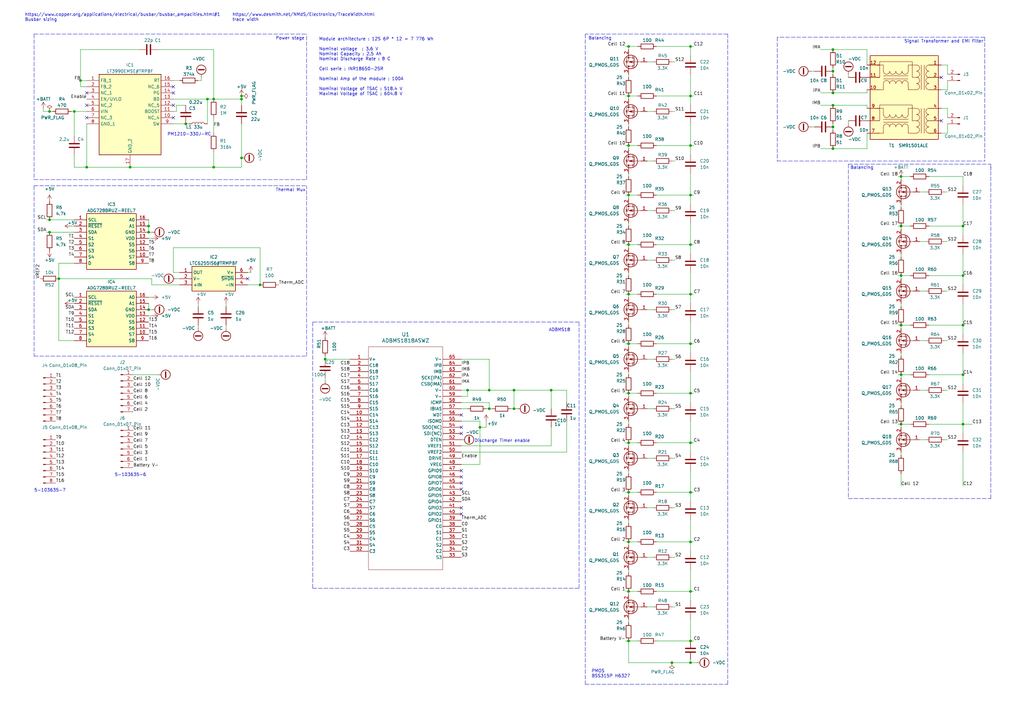
<source format=kicad_sch>
(kicad_sch (version 20231120) (generator "eeschema") (generator_version "8.0")
  (paper "A3")
  (junction (at 210.82 167.64))
  (junction (at 283.21 262.89))
  (junction (at 35.56 68.58))
  (junction (at 257.81 262.89))
  (junction (at 369.57 113.03))
  (junction (at 20.32 90.17))
  (junction (at 85.09 40.64))
  (junction (at 341.63 60.96))
  (junction (at 53.34 68.58))
  (junction (at 341.63 20.32))
  (junction (at 210.82 160.02))
  (junction (at 196.85 175.26))
  (junction (at 257.81 181.61))
  (junction (at 33.02 33.02))
  (junction (at 283.21 100.33))
  (junction (at 283.21 271.78))
  (junction (at 257.81 100.33))
  (junction (at 283.21 181.61))
  (junction (at 76.2 50.8))
  (junction (at 99.06 64.77))
  (junction (at 106.68 116.84))
  (junction (at 257.81 59.69))
  (junction (at 133.35 147.32))
  (junction (at 226.06 160.02))
  (junction (at 283.21 222.25))
  (junction (at 60.96 92.71))
  (junction (at 283.21 201.93))
  (junction (at 283.21 140.97))
  (junction (at 369.57 72.39))
  (junction (at 30.48 45.72))
  (junction (at 87.63 68.58))
  (junction (at 275.59 271.78))
  (junction (at 257.81 242.57))
  (junction (at 20.32 95.25))
  (junction (at 341.63 38.1))
  (junction (at 257.81 19.05))
  (junction (at 341.63 52.07))
  (junction (at 24.13 114.3))
  (junction (at 257.81 161.29))
  (junction (at 369.57 153.67))
  (junction (at 60.96 95.25))
  (junction (at 99.06 39.37))
  (junction (at 20.32 45.72))
  (junction (at 369.57 133.35))
  (junction (at 60.96 127))
  (junction (at 394.97 153.67))
  (junction (at 257.81 120.65))
  (junction (at 394.97 173.99))
  (junction (at 283.21 80.01))
  (junction (at 283.21 120.65))
  (junction (at 283.21 19.05))
  (junction (at 87.63 40.64))
  (junction (at 257.81 201.93))
  (junction (at 394.97 133.35))
  (junction (at 369.57 92.71))
  (junction (at 200.66 167.64))
  (junction (at 99.06 40.64))
  (junction (at 394.97 113.03))
  (junction (at 341.63 29.21))
  (junction (at 257.81 80.01))
  (junction (at 283.21 161.29))
  (junction (at 283.21 39.37))
  (junction (at 191.77 160.02))
  (junction (at 257.81 140.97))
  (junction (at 200.66 160.02))
  (junction (at 394.97 92.71))
  (junction (at 369.57 173.99))
  (junction (at 257.81 39.37))
  (junction (at 283.21 242.57))
  (junction (at 283.21 59.69))
  (junction (at 341.63 43.18))
  (junction (at 257.81 222.25))
  (no_connect (at 189.23 193.04))
  (no_connect (at 71.12 38.1))
  (no_connect (at 386.08 49.53))
  (no_connect (at 35.56 43.18))
  (no_connect (at 189.23 175.26))
  (no_connect (at 189.23 210.82))
  (no_connect (at 71.12 43.18))
  (no_connect (at 189.23 195.58))
  (no_connect (at 386.08 31.75))
  (no_connect (at 189.23 170.18))
  (no_connect (at 189.23 208.28))
  (no_connect (at 35.56 38.1))
  (no_connect (at 71.12 35.56))
  (no_connect (at 35.56 48.26))
  (no_connect (at 189.23 177.8))
  (no_connect (at 189.23 200.66))
  (no_connect (at 189.23 198.12))
  (no_connect (at 71.12 48.26))
  (no_connect (at 101.6 114.3))
  (wire (pts (xy 388.62 54.61) (xy 386.08 54.61)))
  (wire (pts (xy 82.55 31.75) (xy 82.55 33.02)))
  (wire (pts (xy 276.86 106.68) (xy 275.59 106.68)))
  (wire (pts (xy 265.43 106.68) (xy 267.97 106.68)))
  (wire (pts (xy 200.66 167.64) (xy 201.93 167.64)))
  (wire (pts (xy 85.09 40.64) (xy 85.09 50.8)))
  (wire (pts (xy 72.39 114.3) (xy 73.66 114.3)))
  (wire (pts (xy 283.21 201.93) (xy 283.21 205.74)))
  (polyline (pts (xy 240.03 280.67) (xy 298.45 280.67)) (stroke (width 0) (type dash)))
  (wire (pts (xy 33.02 20.32) (xy 33.02 33.02)))
  (wire (pts (xy 283.21 30.48) (xy 283.21 39.37)))
  (wire (pts (xy 394.97 104.14) (xy 394.97 113.03)))
  (wire (pts (xy 283.21 262.89) (xy 284.48 262.89)))
  (wire (pts (xy 20.32 95.25) (xy 30.48 95.25)))
  (wire (pts (xy 257.81 172.72) (xy 257.81 173.99)))
  (wire (pts (xy 92.71 124.46) (xy 92.71 125.73)))
  (wire (pts (xy 347.98 49.53) (xy 347.98 50.8)))
  (wire (pts (xy 62.23 116.84) (xy 62.23 114.3)))
  (wire (pts (xy 369.57 165.1) (xy 369.57 166.37)))
  (wire (pts (xy 60.96 92.71) (xy 60.96 95.25)))
  (wire (pts (xy 369.57 83.82) (xy 369.57 85.09)))
  (wire (pts (xy 24.13 114.3) (xy 24.13 139.7)))
  (wire (pts (xy 265.43 187.96) (xy 267.97 187.96)))
  (wire (pts (xy 257.81 242.57) (xy 261.62 242.57)))
  (wire (pts (xy 257.81 71.12) (xy 257.81 72.39)))
  (wire (pts (xy 265.43 228.6) (xy 267.97 228.6)))
  (wire (pts (xy 257.81 50.8) (xy 257.81 52.07)))
  (wire (pts (xy 276.86 127) (xy 275.59 127)))
  (wire (pts (xy 257.81 222.25) (xy 261.62 222.25)))
  (wire (pts (xy 199.39 175.26) (xy 196.85 175.26)))
  (wire (pts (xy 394.97 144.78) (xy 394.97 153.67)))
  (wire (pts (xy 283.21 193.04) (xy 283.21 201.93)))
  (wire (pts (xy 257.81 59.69) (xy 261.62 59.69)))
  (wire (pts (xy 60.96 95.25) (xy 62.23 95.25)))
  (wire (pts (xy 276.86 147.32) (xy 275.59 147.32)))
  (wire (pts (xy 200.66 165.1) (xy 200.66 167.64)))
  (wire (pts (xy 60.96 124.46) (xy 60.96 127)))
  (wire (pts (xy 60.96 127) (xy 62.23 127)))
  (wire (pts (xy 256.54 19.05) (xy 257.81 19.05)))
  (polyline (pts (xy 406.4 67.31) (xy 406.4 69.85)) (stroke (width 0) (type dash)))
  (wire (pts (xy 19.05 95.25) (xy 20.32 95.25)))
  (wire (pts (xy 276.86 66.04) (xy 275.59 66.04)))
  (wire (pts (xy 283.21 100.33) (xy 283.21 104.14)))
  (wire (pts (xy 24.13 107.95) (xy 30.48 107.95)))
  (wire (pts (xy 256.54 140.97) (xy 257.81 140.97)))
  (wire (pts (xy 265.43 127) (xy 267.97 127)))
  (wire (pts (xy 73.66 116.84) (xy 62.23 116.84)))
  (wire (pts (xy 71.12 33.02) (xy 73.66 33.02)))
  (wire (pts (xy 369.57 104.14) (xy 369.57 105.41)))
  (wire (pts (xy 377.19 119.38) (xy 379.73 119.38)))
  (polyline (pts (xy 13.97 73.66) (xy 125.73 73.66)) (stroke (width 0) (type dash)))
  (wire (pts (xy 377.19 180.34) (xy 379.73 180.34)))
  (wire (pts (xy 394.97 153.67) (xy 394.97 157.48)))
  (wire (pts (xy 394.97 124.46) (xy 394.97 133.35)))
  (wire (pts (xy 133.35 154.94) (xy 133.35 156.21)))
  (wire (pts (xy 60.96 97.79) (xy 62.23 97.79)))
  (wire (pts (xy 199.39 175.26) (xy 199.39 172.72)))
  (wire (pts (xy 269.24 201.93) (xy 283.21 201.93)))
  (wire (pts (xy 257.81 91.44) (xy 257.81 92.71)))
  (wire (pts (xy 283.21 59.69) (xy 284.48 59.69)))
  (wire (pts (xy 257.81 132.08) (xy 257.81 133.35)))
  (wire (pts (xy 257.81 121.92) (xy 257.81 120.65)))
  (wire (pts (xy 257.81 142.24) (xy 257.81 140.97)))
  (wire (pts (xy 283.21 222.25) (xy 283.21 226.06)))
  (wire (pts (xy 257.81 181.61) (xy 261.62 181.61)))
  (wire (pts (xy 257.81 19.05) (xy 261.62 19.05)))
  (wire (pts (xy 369.57 153.67) (xy 369.57 154.94)))
  (wire (pts (xy 276.86 86.36) (xy 275.59 86.36)))
  (wire (pts (xy 368.3 92.71) (xy 369.57 92.71)))
  (wire (pts (xy 257.81 162.56) (xy 257.81 161.29)))
  (wire (pts (xy 257.81 140.97) (xy 261.62 140.97)))
  (wire (pts (xy 377.19 160.02) (xy 379.73 160.02)))
  (wire (pts (xy 30.48 63.5) (xy 30.48 68.58)))
  (wire (pts (xy 189.23 167.64) (xy 191.77 167.64)))
  (wire (pts (xy 283.21 161.29) (xy 284.48 161.29)))
  (wire (pts (xy 394.97 72.39) (xy 394.97 76.2)))
  (wire (pts (xy 341.63 52.07) (xy 341.63 53.34)))
  (polyline (pts (xy 13.97 146.05) (xy 125.73 146.05)) (stroke (width 0) (type dash)))
  (wire (pts (xy 369.57 133.35) (xy 369.57 134.62)))
  (wire (pts (xy 209.55 167.64) (xy 210.82 167.64)))
  (wire (pts (xy 101.6 116.84) (xy 106.68 116.84)))
  (wire (pts (xy 256.54 39.37) (xy 257.81 39.37)))
  (wire (pts (xy 210.82 160.02) (xy 226.06 160.02)))
  (wire (pts (xy 226.06 167.64) (xy 226.06 160.02)))
  (wire (pts (xy 35.56 68.58) (xy 53.34 68.58)))
  (wire (pts (xy 355.6 60.96) (xy 341.63 60.96)))
  (wire (pts (xy 275.59 271.78) (xy 257.81 271.78)))
  (wire (pts (xy 381 133.35) (xy 394.97 133.35)))
  (wire (pts (xy 232.41 185.42) (xy 189.23 185.42)))
  (wire (pts (xy 196.85 190.5) (xy 189.23 190.5)))
  (wire (pts (xy 269.24 120.65) (xy 283.21 120.65)))
  (polyline (pts (xy 298.45 13.97) (xy 240.03 13.97)) (stroke (width 0) (type dash)))
  (wire (pts (xy 99.06 43.18) (xy 99.06 40.64)))
  (wire (pts (xy 369.57 199.39) (xy 369.57 194.31)))
  (wire (pts (xy 257.81 193.04) (xy 257.81 194.31)))
  (wire (pts (xy 283.21 140.97) (xy 284.48 140.97)))
  (wire (pts (xy 257.81 201.93) (xy 261.62 201.93)))
  (wire (pts (xy 256.54 120.65) (xy 257.81 120.65)))
  (wire (pts (xy 388.62 36.83) (xy 386.08 36.83)))
  (wire (pts (xy 394.97 133.35) (xy 394.97 137.16)))
  (wire (pts (xy 283.21 50.8) (xy 283.21 59.69)))
  (wire (pts (xy 394.97 113.03) (xy 394.97 116.84)))
  (wire (pts (xy 283.21 140.97) (xy 283.21 144.78)))
  (wire (pts (xy 355.6 54.61) (xy 355.6 60.96)))
  (polyline (pts (xy 237.49 132.08) (xy 128.27 132.08)) (stroke (width 0) (type dash)))
  (wire (pts (xy 269.24 59.69) (xy 283.21 59.69)))
  (wire (pts (xy 283.21 254) (xy 283.21 262.89)))
  (wire (pts (xy 257.81 243.84) (xy 257.81 242.57)))
  (wire (pts (xy 369.57 72.39) (xy 369.57 73.66)))
  (polyline (pts (xy 125.73 146.05) (xy 125.73 76.2)) (stroke (width 0) (type dash)))
  (wire (pts (xy 24.13 114.3) (xy 24.13 107.95)))
  (wire (pts (xy 355.6 38.1) (xy 341.63 38.1)))
  (wire (pts (xy 368.3 72.39) (xy 369.57 72.39)))
  (wire (pts (xy 388.62 50.8) (xy 388.62 54.61)))
  (wire (pts (xy 210.82 160.02) (xy 210.82 167.64)))
  (wire (pts (xy 71.12 40.64) (xy 85.09 40.64)))
  (wire (pts (xy 265.43 66.04) (xy 267.97 66.04)))
  (polyline (pts (xy 240.03 13.97) (xy 240.03 280.67)) (stroke (width 0) (type dash)))
  (wire (pts (xy 283.21 100.33) (xy 284.48 100.33)))
  (wire (pts (xy 24.13 114.3) (xy 62.23 114.3)))
  (wire (pts (xy 388.62 160.02) (xy 387.35 160.02)))
  (wire (pts (xy 336.55 38.1) (xy 341.63 38.1)))
  (polyline (pts (xy 13.97 76.2) (xy 125.73 76.2)) (stroke (width 0) (type dash)))
  (wire (pts (xy 269.24 262.89) (xy 283.21 262.89)))
  (wire (pts (xy 87.63 68.58) (xy 87.63 62.23)))
  (wire (pts (xy 265.43 208.28) (xy 267.97 208.28)))
  (wire (pts (xy 283.21 39.37) (xy 283.21 43.18)))
  (wire (pts (xy 276.86 248.92) (xy 275.59 248.92)))
  (wire (pts (xy 257.81 40.64) (xy 257.81 39.37)))
  (wire (pts (xy 53.34 68.58) (xy 87.63 68.58)))
  (wire (pts (xy 283.21 181.61) (xy 283.21 185.42)))
  (polyline (pts (xy 347.98 204.47) (xy 406.4 204.47)) (stroke (width 0) (type dash)))
  (wire (pts (xy 388.62 180.34) (xy 387.35 180.34)))
  (wire (pts (xy 19.05 90.17) (xy 20.32 90.17)))
  (wire (pts (xy 336.55 20.32) (xy 341.63 20.32)))
  (wire (pts (xy 257.81 233.68) (xy 257.81 234.95)))
  (wire (pts (xy 394.97 165.1) (xy 394.97 173.99)))
  (polyline (pts (xy 318.77 15.24) (xy 318.77 66.04)) (stroke (width 0) (type dash)))
  (wire (pts (xy 381 72.39) (xy 394.97 72.39)))
  (wire (pts (xy 33.02 35.56) (xy 35.56 35.56)))
  (wire (pts (xy 20.32 90.17) (xy 30.48 90.17)))
  (wire (pts (xy 269.24 19.05) (xy 283.21 19.05)))
  (polyline (pts (xy 13.97 76.2) (xy 13.97 146.05)) (stroke (width 0) (type dash)))
  (wire (pts (xy 388.62 33.02) (xy 388.62 36.83)))
  (wire (pts (xy 71.12 50.8) (xy 76.2 50.8)))
  (wire (pts (xy 332.74 52.07) (xy 334.01 52.07)))
  (wire (pts (xy 341.63 50.8) (xy 341.63 52.07)))
  (wire (pts (xy 269.24 181.61) (xy 283.21 181.61)))
  (wire (pts (xy 76.2 50.8) (xy 77.47 50.8)))
  (wire (pts (xy 265.43 167.64) (xy 267.97 167.64)))
  (wire (pts (xy 369.57 72.39) (xy 373.38 72.39)))
  (wire (pts (xy 99.06 64.77) (xy 99.06 68.58)))
  (wire (pts (xy 355.6 44.45) (xy 355.6 43.18)))
  (wire (pts (xy 368.3 173.99) (xy 369.57 173.99)))
  (wire (pts (xy 377.19 99.06) (xy 379.73 99.06)))
  (wire (pts (xy 265.43 248.92) (xy 267.97 248.92)))
  (wire (pts (xy 64.77 20.32) (xy 87.63 20.32)))
  (wire (pts (xy 381 153.67) (xy 394.97 153.67)))
  (wire (pts (xy 189.23 172.72) (xy 196.85 172.72)))
  (wire (pts (xy 283.21 19.05) (xy 283.21 22.86)))
  (wire (pts (xy 210.82 160.02) (xy 200.66 160.02)))
  (wire (pts (xy 369.57 173.99) (xy 369.57 175.26)))
  (wire (pts (xy 257.81 213.36) (xy 257.81 214.63)))
  (wire (pts (xy 33.02 33.02) (xy 33.02 35.56)))
  (wire (pts (xy 99.06 40.64) (xy 87.63 40.64)))
  (wire (pts (xy 257.81 271.78) (xy 257.81 262.89)))
  (wire (pts (xy 283.21 120.65) (xy 283.21 124.46)))
  (wire (pts (xy 283.21 222.25) (xy 284.48 222.25)))
  (wire (pts (xy 60.96 129.54) (xy 62.23 129.54)))
  (wire (pts (xy 210.82 167.64) (xy 212.09 167.64)))
  (wire (pts (xy 283.21 161.29) (xy 283.21 165.1)))
  (wire (pts (xy 232.41 172.72) (xy 232.41 185.42)))
  (wire (pts (xy 257.81 152.4) (xy 257.81 153.67)))
  (polyline (pts (xy 403.86 15.24) (xy 318.77 15.24)) (stroke (width 0) (type dash)))
  (wire (pts (xy 388.62 99.06) (xy 387.35 99.06)))
  (wire (pts (xy 355.6 43.18) (xy 341.63 43.18)))
  (wire (pts (xy 257.81 30.48) (xy 257.81 31.75)))
  (wire (pts (xy 200.66 147.32) (xy 189.23 147.32)))
  (wire (pts (xy 99.06 39.37) (xy 99.06 40.64)))
  (polyline (pts (xy 403.86 15.24) (xy 403.86 66.04)) (stroke (width 0) (type dash)))
  (wire (pts (xy 283.21 111.76) (xy 283.21 120.65)))
  (wire (pts (xy 355.6 26.67) (xy 355.6 20.32)))
  (wire (pts (xy 369.57 133.35) (xy 373.38 133.35)))
  (wire (pts (xy 20.32 45.72) (xy 21.59 45.72)))
  (wire (pts (xy 276.86 167.64) (xy 275.59 167.64)))
  (wire (pts (xy 283.21 91.44) (xy 283.21 100.33)))
  (polyline (pts (xy 128.27 241.3) (xy 237.49 241.3)) (stroke (width 0) (type dash)))
  (wire (pts (xy 276.86 208.28) (xy 275.59 208.28)))
  (wire (pts (xy 257.81 80.01) (xy 261.62 80.01)))
  (wire (pts (xy 71.12 101.6) (xy 71.12 111.76)))
  (polyline (pts (xy 318.77 66.04) (xy 403.86 66.04)) (stroke (width 0) (type dash)))
  (wire (pts (xy 35.56 50.8) (xy 35.56 68.58)))
  (wire (pts (xy 341.63 29.21) (xy 341.63 27.94)))
  (wire (pts (xy 369.57 144.78) (xy 369.57 146.05)))
  (wire (pts (xy 257.81 111.76) (xy 257.81 113.03)))
  (wire (pts (xy 283.21 120.65) (xy 284.48 120.65)))
  (wire (pts (xy 257.81 39.37) (xy 261.62 39.37)))
  (wire (pts (xy 269.24 140.97) (xy 283.21 140.97)))
  (wire (pts (xy 381 92.71) (xy 394.97 92.71)))
  (wire (pts (xy 257.81 101.6) (xy 257.81 100.33)))
  (wire (pts (xy 283.21 242.57) (xy 283.21 246.38)))
  (wire (pts (xy 377.19 78.74) (xy 379.73 78.74)))
  (wire (pts (xy 388.62 26.67) (xy 386.08 26.67)))
  (wire (pts (xy 368.3 113.03) (xy 369.57 113.03)))
  (wire (pts (xy 256.54 181.61) (xy 257.81 181.61)))
  (wire (pts (xy 265.43 45.72) (xy 267.97 45.72)))
  (wire (pts (xy 226.06 160.02) (xy 232.41 160.02)))
  (wire (pts (xy 265.43 147.32) (xy 267.97 147.32)))
  (wire (pts (xy 355.6 36.83) (xy 355.6 38.1)))
  (wire (pts (xy 369.57 113.03) (xy 373.38 113.03)))
  (wire (pts (xy 369.57 113.03) (xy 369.57 114.3)))
  (wire (pts (xy 285.75 271.78) (xy 283.21 271.78)))
  (wire (pts (xy 232.41 165.1) (xy 232.41 160.02)))
  (wire (pts (xy 257.81 100.33) (xy 261.62 100.33)))
  (wire (pts (xy 71.12 45.72) (xy 72.39 45.72)))
  (wire (pts (xy 369.57 185.42) (xy 369.57 186.69)))
  (polyline (pts (xy 347.98 67.31) (xy 347.98 204.47)) (stroke (width 0) (type dash)))
  (wire (pts (xy 341.63 30.48) (xy 341.63 29.21)))
  (wire (pts (xy 283.21 271.78) (xy 283.21 270.51)))
  (wire (pts (xy 87.63 68.58) (xy 99.06 68.58)))
  (wire (pts (xy 336.55 43.18) (xy 341.63 43.18)))
  (wire (pts (xy 71.12 111.76) (xy 73.66 111.76)))
  (wire (pts (xy 81.28 33.02) (xy 82.55 33.02)))
  (wire (pts (xy 29.21 124.46) (xy 30.48 124.46)))
  (wire (pts (xy 257.81 262.89) (xy 261.62 262.89)))
  (polyline (pts (xy 13.97 13.97) (xy 13.97 73.66)) (stroke (width 0) (type dash)))
  (wire (pts (xy 256.54 100.33) (xy 257.81 100.33)))
  (wire (pts (xy 355.6 20.32) (xy 341.63 20.32)))
  (wire (pts (xy 283.21 59.69) (xy 283.21 63.5)))
  (wire (pts (xy 106.68 101.6) (xy 71.12 101.6)))
  (wire (pts (xy 30.48 45.72) (xy 35.56 45.72)))
  (wire (pts (xy 283.21 39.37) (xy 284.48 39.37)))
  (wire (pts (xy 17.78 45.72) (xy 20.32 45.72)))
  (wire (pts (xy 60.96 121.92) (xy 62.23 121.92)))
  (wire (pts (xy 283.21 201.93) (xy 284.48 201.93)))
  (wire (pts (xy 283.21 213.36) (xy 283.21 222.25)))
  (wire (pts (xy 283.21 152.4) (xy 283.21 161.29)))
  (wire (pts (xy 189.23 165.1) (xy 200.66 165.1)))
  (polyline (pts (xy 298.45 280.67) (xy 298.45 13.97)) (stroke (width 0) (type dash)))
  (wire (pts (xy 106.68 116.84) (xy 106.68 101.6)))
  (wire (pts (xy 256.54 262.89) (xy 257.81 262.89)))
  (wire (pts (xy 81.28 124.46) (xy 81.28 125.73)))
  (wire (pts (xy 257.81 182.88) (xy 257.81 181.61)))
  (wire (pts (xy 283.21 19.05) (xy 284.48 19.05)))
  (wire (pts (xy 368.3 133.35) (xy 369.57 133.35)))
  (wire (pts (xy 369.57 92.71) (xy 373.38 92.71)))
  (wire (pts (xy 269.24 100.33) (xy 283.21 100.33)))
  (wire (pts (xy 388.62 139.7) (xy 387.35 139.7)))
  (wire (pts (xy 257.81 254) (xy 257.81 255.27)))
  (wire (pts (xy 133.35 147.32) (xy 143.51 147.32)))
  (wire (pts (xy 17.78 44.45) (xy 17.78 45.72)))
  (wire (pts (xy 332.74 29.21) (xy 334.01 29.21)))
  (wire (pts (xy 256.54 222.25) (xy 257.81 222.25)))
  (wire (pts (xy 269.24 161.29) (xy 283.21 161.29)))
  (wire (pts (xy 394.97 173.99) (xy 394.97 177.8)))
  (wire (pts (xy 33.02 33.02) (xy 35.56 33.02)))
  (wire (pts (xy 256.54 201.93) (xy 257.81 201.93)))
  (wire (pts (xy 85.09 40.64) (xy 87.63 40.64)))
  (wire (pts (xy 283.21 80.01) (xy 283.21 83.82)))
  (wire (pts (xy 256.54 59.69) (xy 257.81 59.69)))
  (wire (pts (xy 388.62 44.45) (xy 386.08 44.45)))
  (wire (pts (xy 388.62 119.38) (xy 387.35 119.38)))
  (wire (pts (xy 60.96 90.17) (xy 60.96 92.71)))
  (wire (pts (xy 256.54 161.29) (xy 257.81 161.29)))
  (wire (pts (xy 276.86 25.4) (xy 275.59 25.4)))
  (wire (pts (xy 57.15 20.32) (xy 33.02 20.32)))
  (wire (pts (xy 381 173.99) (xy 394.97 173.99)))
  (polyline (pts (xy 125.73 73.66) (xy 125.73 13.97)) (stroke (width 0) (type dash)))
  (wire (pts (xy 283.21 242.57) (xy 284.48 242.57)))
  (wire (pts (xy 81.28 133.35) (xy 81.28 134.62)))
  (wire (pts (xy 133.35 146.05) (xy 133.35 147.32)))
  (wire (pts (xy 199.39 167.64) (xy 200.66 167.64)))
  (wire (pts (xy 29.21 92.71) (xy 30.48 92.71)))
  (polyline (pts (xy 13.97 13.97) (xy 125.73 13.97)) (stroke (width 0) (type dash)))
  (wire (pts (xy 276.86 45.72) (xy 275.59 45.72)))
  (wire (pts (xy 269.24 80.01) (xy 283.21 80.01)))
  (wire (pts (xy 257.81 81.28) (xy 257.81 80.01)))
  (wire (pts (xy 76.2 43.18) (xy 72.39 43.18)))
  (polyline (pts (xy 237.49 241.3) (xy 237.49 132.08)) (stroke (width 0) (type dash)))
  (wire (pts (xy 283.21 233.68) (xy 283.21 242.57)))
  (wire (pts (xy 283.21 132.08) (xy 283.21 140.97)))
  (wire (pts (xy 388.62 78.74) (xy 387.35 78.74)))
  (wire (pts (xy 87.63 48.26) (xy 87.63 54.61)))
  (wire (pts (xy 283.21 80.01) (xy 284.48 80.01)))
  (wire (pts (xy 283.21 271.78) (xy 275.59 271.78)))
  (wire (pts (xy 269.24 242.57) (xy 283.21 242.57)))
  (wire (pts (xy 30.48 68.58) (xy 35.56 68.58)))
  (wire (pts (xy 381 113.03) (xy 394.97 113.03)))
  (polyline (pts (xy 347.98 67.31) (xy 406.4 67.31)) (stroke (width 0) (type dash)))
  (wire (pts (xy 87.63 20.32) (xy 87.63 40.64)))
  (wire (pts (xy 377.19 139.7) (xy 379.73 139.7)))
  (wire (pts (xy 388.62 30.48) (xy 388.62 26.67)))
  (wire (pts (xy 101.6 111.76) (xy 102.87 111.76)))
  (wire (pts (xy 369.57 173.99) (xy 373.38 173.99)))
  (wire (pts (xy 99.06 50.8) (xy 99.06 64.77)))
  (wire (pts (xy 276.86 187.96) (xy 275.59 187.96)))
  (wire (pts (xy 257.81 223.52) (xy 257.81 222.25)))
  (polyline (pts (xy 406.4 204.47) (xy 406.4 68.58)) (stroke (width 0) (type dash)))
  (wire (pts (xy 226.06 175.26) (xy 226.06 182.88)))
  (wire (pts (xy 256.54 242.57) (xy 257.81 242.57)))
  (wire (pts (xy 54.61 153.67) (xy 64.77 153.67)))
  (wire (pts (xy 394.97 173.99) (xy 398.78 173.99)))
  (wire (pts (xy 394.97 185.42) (xy 394.97 199.39)))
  (wire (pts (xy 189.23 160.02) (xy 191.77 160.02)))
  (wire (pts (xy 276.86 228.6) (xy 275.59 228.6)))
  (wire (pts (xy 92.71 133.35) (xy 92.71 134.62)))
  (wire (pts (xy 196.85 175.26) (xy 196.85 190.5)))
  (wire (pts (xy 368.3 153.67) (xy 369.57 153.67)))
  (wire (pts (xy 200.66 160.02) (xy 200.66 147.32)))
  (wire (pts (xy 269.24 222.25) (xy 283.21 222.25)))
  (wire (pts (xy 72.39 43.18) (xy 72.39 45.72)))
  (wire (pts (xy 347.98 31.75) (xy 347.98 30.48)))
  (wire (pts (xy 191.77 162.56) (xy 189.23 162.56)))
  (wire (pts (xy 283.21 71.12) (xy 283.21 80.01)))
  (wire (pts (xy 369.57 92.71) (xy 369.57 93.98)))
  (wire (pts (xy 30.48 45.72) (xy 30.48 55.88)))
  (wire (pts (xy 369.57 124.46) (xy 369.57 125.73)))
  (wire (pts (xy 257.81 161.29) (xy 261.62 161.29)))
  (wire (pts (xy 257.81 120.65) (xy 261.62 120.65)))
  (wire (pts (xy 269.24 39.37) (xy 283.21 39.37)))
  (wire (pts (xy 191.77 160.02) (xy 191.77 162.56)))
  (wire (pts (xy 189.23 182.88) (xy 226.06 182.88)))
  (wire (pts (xy 265.43 86.36) (xy 267.97 86.36)))
  (wire (pts (xy 256.54 80.01) (xy 257.81 80.01)))
  (wire (pts (xy 369.57 153.67) (xy 373.38 153.67)))
  (wire (pts (xy 196.85 175.26) (xy 196.85 172.72)))
  (wire (pts (xy 283.21 181.61) (xy 284.48 181.61)))
  (wire (pts (xy 336.55 60.96) (xy 341.63 60.96)))
  (polyline (pts (xy 128.27 132.08) (xy 128.27 241.3)) (stroke (width 0) (type dash)))
  (wire (pts (xy 200.66 160.02) (xy 191.77 160.02)))
  (wire (pts (xy 29.21 45.72) (xy 30.48 45.72)))
  (wire (pts (xy 257.81 60.96) (xy 257.81 59.69)))
  (wire (pts (xy 394.97 83.82) (xy 394.97 92.71)))
  (wire (pts (xy 283.21 172.72) (xy 283.21 181.61)))
  (wire (pts (xy 257.81 20.32) (xy 257.81 19.05)))
  (wire (pts (xy 257.81 203.2) (xy 257.81 201.93)))
  (wire (pts (xy 388.62 48.26) (xy 388.62 44.45)))
  (wire (pts (xy 30.48 139.7) (xy 24.13 139.7)))
  (wire (pts (xy 394.97 92.71) (xy 394.97 96.52)))
  (wire (pts (xy 265.43 25.4) (xy 267.97 25.4)))
  (text "Module architecture : 12S 6P * 12 = 7 776 Wh\n\nNominal voltage  : 3.6 V \nNominal Capacity : 2.5 Ah\nNominal Discharge Rate : 8 C\n\nCell serie : INR18650-25R\n\nNominal Amp of the module : 100A \n\nNominal Voltage of TSAC : 518.4 V\nMaximal Voltage of TSAC : 604.8 V" (at 130.81 39.37 0) (effects (font (size 1.27 1.27)) (justify left bottom)))
  (text "PMOS \nBSS315P H6327\n" (at 242.57 278.13 0) (effects (font (size 1.27 1.27)) (justify left bottom)))
  (text "PM1210-330J-RC\n" (at 68.58 55.88 0) (effects (font (size 1.27 1.27)) (justify left bottom)))
  (text "Balancing\n" (at 241.3 16.51 0) (effects (font (size 1.27 1.27)) (justify left bottom)))
  (text "Thermal Mux\n" (at 113.03 78.74 0) (effects (font (size 1.27 1.27)) (justify left bottom)))
  (text "Power stage" (at 113.03 16.51 0) (effects (font (size 1.27 1.27)) (justify left bottom)))
  (text "Signal Transformer and EMI filter\n" (at 370.84 17.78 0) (effects (font (size 1.27 1.27)) (justify left bottom)))
  (text "ADBMS18" (at 225.044 136.144 0) (effects (font (size 1.27 1.27)) (justify left bottom)))
  (text "Balancing\n" (at 348.742 69.596 0) (effects (font (size 1.27 1.27)) (justify left bottom)))
  (text "https://www.desmith.net/NMdS/Electronics/TraceWidth.html\ntrace width" (at 95.25 8.89 0) (effects (font (size 1.27 1.27)) (justify left bottom)))
  (text "5-103635-7\n" (at 13.97 201.93 0) (effects (font (size 1.27 1.27)) (justify left bottom)))
  (text "https://www.copper.org/applications/electrical/busbar/busbar_ampacities.html#1\nBusbar sizing\n" (at 10.16 8.89 0) (effects (font (size 1.27 1.27)) (justify left bottom)))
  (text "5-103635-6\n" (at 46.99 195.58 0) (effects (font (size 1.27 1.27)) (justify left bottom)))
  (text "Discharge Timer enable" (at 194.564 181.61 0) (effects (font (size 1.27 1.27)) (justify left bottom)))
  (label "T4" (at 22.86 162.56 0))
  (label "C11" (at 284.48 39.37 0))
  (label "Cell 4" (at 256.54 181.61 180))
  (label "S12" (at 143.51 182.88 180))
  (label "S17" (at 143.51 157.48 180))
  (label "C8" (at 143.51 200.66 180))
  (label "C7" (at 284.48 120.65 0))
  (label "C6" (at 143.51 210.82 180))
  (label "C2" (at 189.23 226.06 0))
  (label "Therm_ADC" (at 114.3 116.84 0))
  (label "SDA" (at 189.23 205.74 0))
  (label "Cell 3" (at 54.61 186.69 0))
  (label "Cell 9" (at 54.61 179.07 0))
  (label "T14" (at 60.96 134.62 0))
  (label "Enable" (at 35.56 40.64 180))
  (label "SDA" (at 30.48 127 180))
  (label "S13" (at 143.51 177.8 180))
  (label "Battery V-" (at 256.54 262.89 180))
  (label "S7" (at 143.51 208.28 180))
  (label "S12" (at 388.62 119.38 0))
  (label "Cell 6" (at 54.61 163.83 0))
  (label "SCL" (at 189.23 203.2 0))
  (label "FB" (at 33.02 33.02 180))
  (label "Cell 17" (at 368.3 92.71 180))
  (label "C11" (at 143.51 185.42 180))
  (label "S11" (at 143.51 187.96 180))
  (label "C12" (at 143.51 180.34 180))
  (label "C9" (at 284.48 80.01 0))
  (label "Cell 1" (at 256.54 242.57 180))
  (label "S9" (at 276.86 86.36 0))
  (label "S10" (at 276.86 66.04 0))
  (label "T12" (at 30.48 137.16 180))
  (label "SCL" (at 30.48 121.92 180))
  (label "Enable" (at 189.23 187.96 0))
  (label "Cell 5" (at 256.54 161.29 180))
  (label "S12" (at 388.62 99.06 0))
  (label "C12" (at 394.97 199.39 0))
  (label "Cell 1" (at 54.61 189.23 0))
  (label "Cell 8" (at 54.61 161.29 0))
  (label "Cell 13" (at 368.3 173.99 180))
  (label "C12" (at 284.48 19.05 0))
  (label "C1" (at 189.23 220.98 0))
  (label "Cell 5" (at 54.61 184.15 0))
  (label "Cell 6" (at 256.54 140.97 180))
  (label "S3" (at 189.23 228.6 0))
  (label "Cell 4" (at 54.61 166.37 0))
  (label "T16" (at 60.96 139.7 0))
  (label "S5" (at 276.86 167.64 0))
  (label "S11" (at 276.86 45.72 0))
  (label "C18" (at 143.51 149.86 180))
  (label "Cell 8" (at 256.54 100.33 180))
  (label "S6" (at 143.51 213.36 180))
  (label "Cell 2" (at 256.54 222.25 180))
  (label "S12" (at 388.62 180.34 0))
  (label "S12" (at 388.62 78.74 0))
  (label "T15" (at 60.96 137.16 0))
  (label "S2" (at 276.86 228.6 0))
  (label "Cell 3" (at 256.54 201.93 180))
  (label "Cell 10" (at 54.61 158.75 0))
  (label "Cell 12" (at 369.57 199.39 0))
  (label "S3" (at 276.86 208.28 0))
  (label "IPA" (at 189.23 154.94 0))
  (label "T3" (at 22.86 160.02 0))
  (label "S4" (at 143.51 223.52 180))
  (label "IMB" (at 336.55 43.18 180))
  (label "T7" (at 60.96 105.41 0))
  (label "T1" (at 22.86 154.94 0))
  (label "C4" (at 143.51 220.98 180))
  (label "T11" (at 30.48 134.62 180))
  (label "IMB" (at 189.23 152.4 0))
  (label "C0" (at 189.23 215.9 0))
  (label "C18" (at 394.97 72.39 0))
  (label "Cell 16" (at 368.3 113.03 180))
  (label "T10" (at 30.48 132.08 180))
  (label "T6" (at 22.86 167.64 0))
  (label "S18" (at 143.51 152.4 180))
  (label "C10" (at 284.48 59.69 0))
  (label "S1" (at 276.86 248.92 0))
  (label "C2" (at 284.48 222.25 0))
  (label "IPB" (at 336.55 60.96 180))
  (label "Cell 12" (at 54.61 156.21 0))
  (label "C0" (at 284.48 262.89 0))
  (label "C17" (at 143.51 154.94 180))
  (label "S10" (at 143.51 193.04 180))
  (label "Cell 9" (at 256.54 80.01 180))
  (label "S8" (at 276.86 106.68 0))
  (label "S15" (at 143.51 167.64 180))
  (label "Cell 11" (at 54.61 176.53 0))
  (label "Therm_ADC" (at 189.23 213.36 0))
  (label "T8" (at 60.96 107.95 0))
  (label "FB" (at 87.63 52.07 0))
  (label "Cell 11" (at 256.54 39.37 180))
  (label "T4" (at 30.48 105.41 180))
  (label "S8" (at 143.51 203.2 180))
  (label "T13" (at 60.96 132.08 0))
  (label "C14" (at 394.97 153.67 0))
  (label "VREF2" (at 16.51 114.3 90))
  (label "Cell 12" (at 256.54 19.05 180))
  (label "T5" (at 22.86 165.1 0))
  (label "SCL" (at 19.05 90.17 180))
  (label "IPA" (at 336.55 38.1 180))
  (label "Battery V-" (at 54.61 191.77 0))
  (label "C7" (at 143.51 205.74 180))
  (label "C1" (at 284.48 242.57 0))
  (label "T3" (at 30.48 102.87 180))
  (label "T2" (at 22.86 157.48 0))
  (label "T7" (at 22.86 170.18 0))
  (label "SDA" (at 19.05 95.25 180))
  (label "S1" (at 189.23 218.44 0))
  (label "S12" (at 276.86 25.4 0))
  (label "C5" (at 143.51 215.9 180))
  (label "T8" (at 22.86 172.72 0))
  (label "C3" (at 143.51 226.06 180))
  (label "C3" (at 284.48 201.93 0))
  (label "S12" (at 388.62 160.02 0))
  (label "C13" (at 398.78 173.99 0))
  (label "C15" (at 394.97 133.35 0))
  (label "T12" (at 22.86 187.96 0))
  (label "S14" (at 143.51 172.72 180))
  (label "C16" (at 143.51 160.02 180))
  (label "T9" (at 30.48 129.54 180))
  (label "C8" (at 284.48 100.33 0))
  (label "T15" (at 22.86 195.58 0))
  (label "S16" (at 143.51 162.56 180))
  (label "Cell 14" (at 368.3 153.67 180))
  (label "T1" (at 30.48 97.79 180))
  (label "C16" (at 394.97 113.03 0))
  (label "T2" (at 30.48 100.33 180))
  (label "Cell 7" (at 54.61 181.61 0))
  (label "S9" (at 143.51 198.12 180))
  (label "T6" (at 60.96 102.87 0))
  (label "T9" (at 22.86 180.34 0))
  (label "T13" (at 22.86 190.5 0))
  (label "C4" (at 284.48 181.61 0))
  (label "Cell 2" (at 54.61 168.91 0))
  (label "C15" (at 143.51 165.1 180))
  (label "Cell 18" (at 368.3 72.39 180))
  (label "T11" (at 22.86 185.42 0))
  (label "C14" (at 143.51 170.18 180))
  (label "S2" (at 189.23 223.52 0))
  (label "Cell 7" (at 256.54 120.65 180))
  (label "IPB" (at 189.23 149.86 0))
  (label "Cell 15" (at 368.3 133.35 180))
  (label "T14" (at 22.86 193.04 0))
  (label "Cell 10" (at 256.54 59.69 180))
  (label "IMA" (at 336.55 20.32 180))
  (label "C5" (at 284.48 161.29 0))
  (label "C17" (at 394.97 92.71 0))
  (label "S6" (at 276.86 147.32 0))
  (label "C10" (at 143.51 190.5 180))
  (label "IMA" (at 189.23 157.48 0))
  (label "S5" (at 143.51 218.44 180))
  (label "C9" (at 143.51 195.58 180))
  (label "S7" (at 276.86 127 0))
  (label "S12" (at 388.62 139.7 0))
  (label "T16" (at 22.86 198.12 0))
  (label "T5" (at 60.96 100.33 0))
  (label "C6" (at 284.48 140.97 0))
  (label "C13" (at 143.51 175.26 180))
  (label "S4" (at 276.86 187.96 0))
  (label "T10" (at 22.86 182.88 0))
  (symbol (lib_id "Device:Q_PMOS_GSD") (at 260.35 127 180) (unit 1)
    (property "Reference" "Q6" (at 254 125.73 0) (effects (justify left)))
    (property "Value" "Q_PMOS_GDS" (at 254 128.27 0) (effects (justify left)))
    (property "Footprint" "EPSA:SOT-23-3" (effects (hide yes)))
  )
  (symbol (lib_id "Device:Q_PMOS_GSD") (at 372.11 99.06 180) (unit 1)
    (property "Reference" "Q14" (at 365.76 97.79 0) (effects (justify left)))
    (property "Value" "Q_PMOS_GDS" (at 365.76 100.33 0) (effects (justify left)))
    (property "Footprint" "EPSA:SOT-23-3" (effects (hide yes)))
  )
  (symbol (lib_id "Device:C") (at 351.79 49.53 90) (unit 1)
    (property "Reference" "C7" (at 354.33 48.26 90))
    (property "Value" "10n" (at 354.33 53.34 90))
    (property "Footprint" "Capacitor_SMD:C_0805_2012Metric_Pad1.18x1.45mm_HandSolder" (effects (hide yes)))
  )
  (symbol (lib_id "EPSA_lib:LTC6255IS6#TRMPBF") (at 73.66 111.76 0) (unit 1)
    (property "Reference" "IC2" (at 87.63 105.41 0))
    (property "Value" "LTC6255IS6#TRMPBF" (at 87.63 107.95 0))
    (property "Footprint" "EPSA:SOT95P280X100-6N" (effects (hide yes)))
    (property "Datasheet" "http://www.analog.com/media/en/technical-documentation/data-sheets/625567fd.pdf" (effects (hide yes)))
    (property "Description" "A remplacer par MAX4239AUT+T (voir LIB)" (effects (hide yes)))
    (property "Height" "1" (effects (hide yes)))
    (property "Mouser Part Number" "584-LTC6255IS6TRMPBF" (effects (hide yes)))
    (property "Mouser Price/Stock" "https://www.mouser.co.uk/ProductDetail/Analog-Devices/LTC6255IS6TRMPBF?qs=hVkxg5c3xu%252BM0aXXLk0hVA%3D%3D" (effects (hide yes)))
    (property "Manufacturer_Name" "Analog Devices" (effects (hide yes)))
    (property "Manufacturer_Part_Number" "LTC6255IS6#TRMPBF" (effects (hide yes)))
  )
  (symbol (lib_id "power:+5V") (at 29.21 92.71 90) (unit 1)
    (property "Reference" "#PWR014" (effects (hide yes)))
    (property "Value" "+5V" (at 31.75 91.44 90) (effects (justify left)))
  )
  (symbol (lib_id "power:-VDC") (at 347.98 50.8 180) (unit 1)
    (property "Reference" "#PWR023" (effects (hide yes)))
    (property "Value" "-VDC" (at 350.52 57.15 0))
  )
  (symbol (lib_id "Device:R") (at 265.43 59.69 90) (unit 1)
    (property "Reference" "R38" (at 270.51 57.15 90))
    (property "Value" "100" (at 265.43 55.88 90))
    (property "Footprint" "Resistor_SMD:R_1206_3216Metric_Pad1.30x1.75mm_HandSolder" (effects (hide yes)))
  )
  (symbol (lib_id "Device:R") (at 257.81 157.48 180) (unit 1)
    (property "Reference" "R25" (at 252.73 156.21 0) (effects (justify right)))
    (property "Value" "25" (at 252.73 153.67 0) (effects (justify right)))
    (property "Footprint" "Resistor_SMD:R_2512_6332Metric_Pad1.40x3.35mm_HandSolder" (effects (hide yes)))
    (property "Description" "RC2512FK-0724RL " (effects (hide yes)))
  )
  (symbol (lib_id "Device:R") (at 271.78 167.64 90) (unit 1)
    (property "Reference" "R24" (at 271.78 165.1 90))
    (property "Value" "3.3K" (at 271.78 170.18 90))
    (property "Footprint" "Resistor_SMD:R_1206_3216Metric_Pad1.30x1.75mm_HandSolder" (effects (hide yes)))
  )
  (symbol (lib_id "Device:R") (at 271.78 248.92 90) (unit 1)
    (property "Reference" "R48" (at 271.78 246.38 90))
    (property "Value" "3.3K" (at 271.78 251.46 90))
    (property "Footprint" "Resistor_SMD:R_1206_3216Metric_Pad1.30x1.75mm_HandSolder" (effects (hide yes)))
  )
  (symbol (lib_id "power:+5V") (at 62.23 97.79 270) (unit 1)
    (property "Reference" "#PWR011" (effects (hide yes)))
    (property "Value" "+5V" (at 66.04 97.79 90) (effects (justify left)))
  )
  (symbol (lib_id "Device:R") (at 383.54 78.74 90) (unit 1)
    (property "Reference" "R55" (at 383.54 76.2 90))
    (property "Value" "3.3K" (at 383.54 81.28 90))
    (property "Footprint" "Resistor_SMD:R_1206_3216Metric_Pad1.30x1.75mm_HandSolder" (effects (hide yes)))
  )
  (symbol (lib_id "Device:C") (at 283.21 26.67 0) (unit 1)
    (property "Reference" "C22" (at 287.02 25.4 0) (effects (justify left)))
    (property "Value" "10n" (at 287.02 27.94 0) (effects (justify left)))
    (property "Footprint" "Capacitor_SMD:C_0805_2012Metric_Pad1.18x1.45mm_HandSolder" (effects (hide yes)))
  )
  (symbol (lib_id "Device:R") (at 265.43 181.61 90) (unit 1)
    (property "Reference" "R20" (at 270.51 179.07 90))
    (property "Value" "100" (at 265.43 177.8 90))
    (property "Footprint" "Resistor_SMD:R_1206_3216Metric_Pad1.30x1.75mm_HandSolder" (effects (hide yes)))
  )
  (symbol (lib_id "Device:R") (at 383.54 99.06 90) (unit 1)
    (property "Reference" "R58" (at 383.54 96.52 90))
    (property "Value" "3.3K" (at 383.54 101.6 90))
    (property "Footprint" "Resistor_SMD:R_1206_3216Metric_Pad1.30x1.75mm_HandSolder" (effects (hide yes)))
  )
  (symbol (lib_id "Device:R") (at 265.43 242.57 90) (unit 1)
    (property "Reference" "R15" (at 270.51 240.03 90))
    (property "Value" "100" (at 265.43 240.03 90))
    (property "Footprint" "Resistor_SMD:R_1206_3216Metric_Pad1.30x1.75mm_HandSolder" (effects (hide yes)))
  )
  (symbol (lib_id "Connector:Conn_01x02_Pin") (at 393.7 50.8 180) (unit 1)
    (property "Reference" "J1" (at 394.97 48.26 0) (effects (justify right)))
    (property "Value" "Conn_01x02_Pin" (at 387.35 55.88 0) (effects (justify right)))
    (property "Footprint" "EPSA:RHDR2W97P0X254_1X2_654X508X1379P" (effects (hide yes)))
  )
  (symbol (lib_id "Device:Q_PMOS_GSD") (at 372.11 180.34 180) (unit 1)
    (property "Reference" "Q18" (at 365.76 179.07 0) (effects (justify left)))
    (property "Value" "Q_PMOS_GDS" (at 365.76 181.61 0) (effects (justify left)))
    (property "Footprint" "EPSA:SOT-23-3" (effects (hide yes)))
  )
  (symbol (lib_id "Device:R") (at 265.43 100.33 90) (unit 1)
    (property "Reference" "R32" (at 270.51 97.79 90))
    (property "Value" "100" (at 265.43 96.52 90))
    (property "Footprint" "Resistor_SMD:R_1206_3216Metric_Pad1.30x1.75mm_HandSolder" (effects (hide yes)))
  )
  (symbol (lib_id "Device:R") (at 265.43 39.37 90) (unit 1)
    (property "Reference" "R41" (at 270.51 36.83 90))
    (property "Value" "100" (at 265.43 35.56 90))
    (property "Footprint" "Resistor_SMD:R_1206_3216Metric_Pad1.30x1.75mm_HandSolder" (effects (hide yes)))
  )
  (symbol (lib_id "Device:R") (at 271.78 25.4 90) (unit 1)
    (property "Reference" "R45" (at 271.78 22.86 90))
    (property "Value" "3.3K" (at 271.78 27.94 90))
    (property "Footprint" "Resistor_SMD:R_1206_3216Metric_Pad1.30x1.75mm_HandSolder" (effects (hide yes)))
  )
  (symbol (lib_id "power:-VDC") (at 92.71 134.62 180) (unit 1)
    (property "Reference" "#PWR031" (effects (hide yes)))
    (property "Value" "-VDC" (at 91.44 134.62 0) (effects (justify left)))
  )
  (symbol (lib_id "Device:R") (at 341.63 34.29 0) (mirror y) (unit 1)
    (property "Reference" "R11" (at 342.9 35.56 0) (effects (justify right)))
    (property "Value" "51" (at 342.9 33.02 0) (effects (justify right)))
    (property "Footprint" "Resistor_SMD:R_1206_3216Metric_Pad1.30x1.75mm_HandSolder" (effects (hide yes)))
  )
  (symbol (lib_id "power:+BATT") (at 133.35 138.43 0) (unit 1)
    (property "Reference" "#PWR030" (effects (hide yes)))
    (property "Value" "+BATT" (at 134.62 134.62 0))
  )
  (symbol (lib_id "Device:Q_PMOS_GSD") (at 260.35 228.6 180) (unit 1)
    (property "Reference" "Q1" (at 254 227.33 0) (effects (justify left)))
    (property "Value" "Q_PMOS_GDS" (at 254 229.87 0) (effects (justify left)))
    (property "Footprint" "EPSA:SOT-23-3" (effects (hide yes)))
  )
  (symbol (lib_id "Device:L") (at 81.28 50.8 90) (unit 1)
    (property "Reference" "L1" (at 77.47 52.07 90))
    (property "Value" "33u" (at 81.28 52.07 90))
    (property "Footprint" "Inductor_SMD:L_1210_3225Metric_Pad1.42x2.65mm_HandSolder" (effects (hide yes)))
  )
  (symbol (lib_id "Device:R") (at 369.57 88.9 180) (unit 1)
    (property "Reference" "R53" (at 364.49 87.63 0) (effects (justify right)))
    (property "Value" "25" (at 364.49 85.09 0) (effects (justify right)))
    (property "Footprint" "Resistor_SMD:R_2512_6332Metric_Pad1.40x3.35mm_HandSolder" (effects (hide yes)))
    (property "Description" "RC2512FK-0724RL " (effects (hide yes)))
  )
  (symbol (lib_id "Device:R") (at 265.43 80.01 90) (unit 1)
    (property "Reference" "R35" (at 270.51 77.47 90))
    (property "Value" "100" (at 265.43 76.2 90))
    (property "Footprint" "Resistor_SMD:R_1206_3216Metric_Pad1.30x1.75mm_HandSolder" (effects (hide yes)))
  )
  (symbol (lib_id "power:-VDC") (at 72.39 114.3 90) (unit 1)
    (property "Reference" "#PWR015" (effects (hide yes)))
    (property "Value" "-VDC" (at 67.31 113.03 90) (effects (justify left)))
  )
  (symbol (lib_id "Device:C") (at 60.96 20.32 90) (unit 1)
    (property "Reference" "C1" (at 64.77 16.51 90))
    (property "Value" "22p" (at 60.96 16.51 90))
    (property "Footprint" "Capacitor_SMD:C_0805_2012Metric_Pad1.18x1.45mm_HandSolder" (effects (hide yes)))
  )
  (symbol (lib_id "Device:C") (at 81.28 129.54 0) (unit 1)
    (property "Reference" "C5" (at 85.09 128.27 0) (effects (justify left)))
    (property "Value" "1u" (at 85.09 130.81 0) (effects (justify left)))
    (property "Footprint" "Capacitor_SMD:C_0805_2012Metric_Pad1.18x1.45mm_HandSolder" (effects (hide yes)))
  )
  (symbol (lib_id "Device:R") (at 110.49 116.84 90) (unit 1)
    (property "Reference" "R7" (at 110.49 110.49 90))
    (property "Value" "100" (at 110.49 113.03 90))
    (property "Footprint" "Resistor_SMD:R_1206_3216Metric_Pad1.30x1.75mm_HandSolder" (effects (hide yes)))
  )
  (symbol (lib_id "Device:R") (at 265.43 120.65 90) (unit 1)
    (property "Reference" "R29" (at 270.51 118.11 90))
    (property "Value" "100" (at 265.43 116.84 90))
    (property "Footprint" "Resistor_SMD:R_1206_3216Metric_Pad1.30x1.75mm_HandSolder" (effects (hide yes)))
  )
  (symbol (lib_id "power:-VDC") (at 212.09 167.64 270) (unit 1)
    (property "Reference" "#PWR027" (effects (hide yes)))
    (property "Value" "-VDC" (at 218.44 168.275 90) (effects (justify left)))
  )
  (symbol (lib_id "Device:R") (at 257.81 177.8 180) (unit 1)
    (property "Reference" "R22" (at 252.73 176.53 0) (effects (justify right)))
    (property "Value" "25" (at 252.73 173.99 0) (effects (justify right)))
    (property "Footprint" "Resistor_SMD:R_2512_6332Metric_Pad1.40x3.35mm_HandSolder" (effects (hide yes)))
    (property "Description" "RC2512FK-0724RL " (effects (hide yes)))
  )
  (symbol (lib_id "Device:R") (at 265.43 19.05 90) (unit 1)
    (property "Reference" "R44" (at 270.51 16.51 90))
    (property "Value" "100" (at 265.43 16.51 90))
    (property "Footprint" "Resistor_SMD:R_1206_3216Metric_Pad1.30x1.75mm_HandSolder" (effects (hide yes)))
  )
  (symbol (lib_id "Connector:Conn_01x07_Pin") (at 49.53 184.15 0) (unit 1)
    (property "Reference" "J6" (at 50.165 171.45 0))
    (property "Value" "Conn_01x07_Pin" (at 50.165 173.99 0))
    (property "Footprint" "EPSA:SHDRRA7W77P0X254_1X7_2032X1359X699P" (effects (hide yes)))
  )
  (symbol (lib_id "Device:C") (at 283.21 46.99 0) (unit 1)
    (property "Reference" "C21" (at 287.02 45.72 0) (effects (justify left)))
    (property "Value" "10n" (at 287.02 48.26 0) (effects (justify left)))
    (property "Footprint" "Capacitor_SMD:C_0805_2012Metric_Pad1.18x1.45mm_HandSolder" (effects (hide yes)))
  )
  (symbol (lib_id "power:PWR_FLAG") (at 275.59 271.78 180) (unit 1)
    (property "Reference" "#FLG03" (effects (hide yes)))
    (property "Value" "PWR_FLAG" (at 271.78 275.59 0))
  )
  (symbol (lib_id "Device:R") (at 271.78 187.96 90) (unit 1)
    (property "Reference" "R21" (at 271.78 185.42 90))
    (property "Value" "3.3K" (at 271.78 190.5 90))
    (property "Footprint" "Resistor_SMD:R_1206_3216Metric_Pad1.30x1.75mm_HandSolder" (effects (hide yes)))
  )
  (symbol (lib_id "Device:R") (at 257.81 96.52 180) (unit 1)
    (property "Reference" "R34" (at 252.73 95.25 0) (effects (justify right)))
    (property "Value" "25" (at 252.73 92.71 0) (effects (justify right)))
    (property "Footprint" "Resistor_SMD:R_2512_6332Metric_Pad1.40x3.35mm_HandSolder" (effects (hide yes)))
    (property "Description" "RC2512FK-0724RL " (effects (hide yes)))
  )
  (symbol (lib_id "Device:R") (at 377.19 92.71 90) (unit 1)
    (property "Reference" "R57" (at 382.27 90.17 90))
    (property "Value" "100" (at 377.19 90.17 90))
    (property "Footprint" "Resistor_SMD:R_1206_3216Metric_Pad1.30x1.75mm_HandSolder" (effects (hide yes)))
  )
  (symbol (lib_id "power:+5V") (at 29.21 124.46 90) (unit 1)
    (property "Reference" "#PWR013" (effects (hide yes)))
    (property "Value" "+5V" (at 31.75 123.19 90) (effects (justify left)))
  )
  (symbol (lib_id "Device:C") (at 337.82 52.07 90) (unit 1)
    (property "Reference" "C6" (at 337.82 48.26 90))
    (property "Value" "10n" (at 334.01 48.26 90))
    (property "Footprint" "Capacitor_SMD:C_0805_2012Metric_Pad1.18x1.45mm_HandSolder" (effects (hide yes)))
  )
  (symbol (lib_id "Device:C") (at 76.2 46.99 180) (unit 1)
    (property "Reference" "C3" (at 77.47 44.45 0) (effects (justify right)))
    (property "Value" "0.22u" (at 77.47 41.91 0) (effects (justify right)))
    (property "Footprint" "Capacitor_SMD:C_0805_2012Metric_Pad1.18x1.45mm_HandSolder" (effects (hide yes)))
  )
  (symbol (lib_id "Device:R") (at 369.57 129.54 180) (unit 1)
    (property "Reference" "R59" (at 364.49 128.27 0) (effects (justify right)))
    (property "Value" "25" (at 364.49 125.73 0) (effects (justify right)))
    (property "Footprint" "Resistor_SMD:R_2512_6332Metric_Pad1.40x3.35mm_HandSolder" (effects (hide yes)))
    (property "Description" "RC2512FK-0724RL " (effects (hide yes)))
  )
  (symbol (lib_id "power:-VDC") (at 64.77 153.67 270) (unit 1)
    (property "Reference" "#PWR032" (effects (hide yes)))
    (property "Value" "-VDC" (at 64.77 154.94 0) (effects (justify left)))
  )
  (symbol (lib_id "Device:R") (at 271.78 45.72 90) (unit 1)
    (property "Reference" "R42" (at 271.78 43.18 90))
    (property "Value" "3.3K" (at 271.78 48.26 90))
    (property "Footprint" "Resistor_SMD:R_1206_3216Metric_Pad1.30x1.75mm_HandSolder" (effects (hide yes)))
  )
  (symbol (lib_id "power:-VDC") (at 62.23 127 270) (unit 1)
    (property "Reference" "#PWR09" (effects (hide yes)))
    (property "Value" "-VDC" (at 68.58 127 90) (effects (justify left)))
  )
  (symbol (lib_id "Device:Q_PMOS_GSD") (at 372.11 139.7 180) (unit 1)
    (property "Reference" "Q16" (at 365.76 138.43 0) (effects (justify left)))
    (property "Value" "Q_PMOS_GDS" (at 365.76 140.97 0) (effects (justify left)))
    (property "Footprint" "EPSA:SOT-23-3" (effects (hide yes)))
  )
  (symbol (lib_id "Device:C") (at 394.97 161.29 0) (unit 1)
    (property "Reference" "C31" (at 398.78 160.02 0) (effects (justify left)))
    (property "Value" "10n" (at 398.78 162.56 0) (effects (justify left)))
    (property "Footprint" "Capacitor_SMD:C_0805_2012Metric_Pad1.18x1.45mm_HandSolder" (effects (hide yes)))
  )
  (symbol (lib_id "Device:R") (at 369.57 149.86 180) (unit 1)
    (property "Reference" "R62" (at 364.49 148.59 0) (effects (justify right)))
    (property "Value" "25" (at 364.49 146.05 0) (effects (justify right)))
    (property "Footprint" "Resistor_SMD:R_2512_6332Metric_Pad1.40x3.35mm_HandSolder" (effects (hide yes)))
    (property "Description" "RC2512FK-0724RL " (effects (hide yes)))
  )
  (symbol (lib_id "Device:R") (at 25.4 45.72 90) (unit 1)
    (property "Reference" "R4" (at 25.4 40.64 90))
    (property "Value" "470" (at 25.4 43.18 90))
    (property "Footprint" "Resistor_SMD:R_1206_3216Metric_Pad1.30x1.75mm_HandSolder" (effects (hide yes)))
  )
  (symbol (lib_id "Device:R") (at 271.78 86.36 90) (unit 1)
    (property "Reference" "R36" (at 271.78 83.82 90))
    (property "Value" "3.3K" (at 271.78 88.9 90))
    (property "Footprint" "Resistor_SMD:R_1206_3216Metric_Pad1.30x1.75mm_HandSolder" (effects (hide yes)))
  )
  (symbol (lib_id "Device:Q_PMOS_GSD") (at 260.35 147.32 180) (unit 1)
    (property "Reference" "Q5" (at 254 146.05 0) (effects (justify left)))
    (property "Value" "Q_PMOS_GDS" (at 254 148.59 0) (effects (justify left)))
    (property "Footprint" "EPSA:SOT-23-3" (effects (hide yes)))
  )
  (symbol (lib_id "Device:Q_PMOS_GSD") (at 372.11 160.02 180) (unit 1)
    (property "Reference" "Q17" (at 365.76 158.75 0) (effects (justify left)))
    (property "Value" "Q_PMOS_GDS" (at 365.76 161.29 0) (effects (justify left)))
    (property "Footprint" "EPSA:SOT-23-3" (effects (hide yes)))
  )
  (symbol (lib_id "Device:C") (at 99.06 46.99 180) (unit 1)
    (property "Reference" "C2" (at 102.87 46.355 0) (effects (justify right)))
    (property "Value" "22u" (at 102.87 48.895 0) (effects (justify right)))
    (property "Footprint" "Capacitor_SMD:C_0805_2012Metric_Pad1.18x1.45mm_HandSolder" (effects (hide yes)))
  )
  (symbol (lib_id "Device:Q_PMOS_GSD") (at 260.35 106.68 180) (unit 1)
    (property "Reference" "Q7" (at 254 105.41 0) (effects (justify left)))
    (property "Value" "Q_PMOS_GDS" (at 254 107.95 0) (effects (justify left)))
    (property "Footprint" "EPSA:SOT-23-3" (effects (hide yes)))
  )
  (symbol (lib_id "Device:Q_PMOS_GSD") (at 260.35 86.36 180) (unit 1)
    (property "Reference" "Q8" (at 254 85.09 0) (effects (justify left)))
    (property "Value" "Q_PMOS_GDS" (at 254 87.63 0) (effects (justify left)))
    (property "Footprint" "EPSA:SOT-23-3" (effects (hide yes)))
  )
  (symbol (lib_id "Device:R") (at 257.81 76.2 180) (unit 1)
    (property "Reference" "R37" (at 252.73 74.93 0) (effects (justify right)))
    (property "Value" "25" (at 252.73 72.39 0) (effects (justify right)))
    (property "Footprint" "Resistor_SMD:R_2512_6332Metric_Pad1.40x3.35mm_HandSolder" (effects (hide yes)))
    (property "Description" "RC2512FK-0724RL " (effects (hide yes)))
  )
  (symbol (lib_id "Device:Q_PMOS_GSD") (at 260.35 45.72 180) (unit 1)
    (property "Reference" "Q10" (at 254 44.45 0) (effects (justify left)))
    (property "Value" "Q_PMOS_GDS" (at 254 46.99 0) (effects (justify left)))
    (property "Footprint" "EPSA:SOT-23-3" (effects (hide yes)))
  )
  (symbol (lib_id "Device:R") (at 265.43 161.29 90) (unit 1)
    (property "Reference" "R23" (at 270.51 158.75 90))
    (property "Value" "100" (at 265.43 157.48 90))
    (property "Footprint" "Resistor_SMD:R_1206_3216Metric_Pad1.30x1.75mm_HandSolder" (effects (hide yes)))
  )
  (symbol (lib_id "Device:R") (at 257.81 116.84 180) (unit 1)
    (property "Reference" "R31" (at 252.73 115.57 0) (effects (justify right)))
    (property "Value" "25" (at 252.73 113.03 0) (effects (justify right)))
    (property "Footprint" "Resistor_SMD:R_2512_6332Metric_Pad1.40x3.35mm_HandSolder" (effects (hide yes)))
    (property "Description" "RC2512FK-0724RL " (effects (hide yes)))
  )
  (symbol (lib_id "Device:R") (at 341.63 24.13 0) (mirror y) (unit 1)
    (property "Reference" "R10" (at 342.9 25.4 0) (effects (justify right)))
    (property "Value" "51" (at 342.9 22.86 0) (effects (justify right)))
    (property "Footprint" "Resistor_SMD:R_1206_3216Metric_Pad1.30x1.75mm_HandSolder" (effects (hide yes)))
  )
  (symbol (lib_id "Device:C") (at 226.06 171.45 0) (unit 1)
    (property "Reference" "C10" (at 228.346 172.466 0) (effects (justify left)))
    (property "Value" "1u" (at 227.33 173.99 0) (effects (justify left)))
    (property "Footprint" "Capacitor_SMD:C_0805_2012Metric_Pad1.18x1.45mm_HandSolder" (effects (hide yes)))
  )
  (symbol (lib_id "Device:R") (at 383.54 119.38 90) (unit 1)
    (property "Reference" "R61" (at 383.54 116.84 90))
    (property "Value" "3.3K" (at 383.54 121.92 90))
    (property "Footprint" "Resistor_SMD:R_1206_3216Metric_Pad1.30x1.75mm_HandSolder" (effects (hide yes)))
  )
  (symbol (lib_id "Device:R") (at 341.63 46.99 180) (unit 1)
    (property "Reference" "R9" (at 342.9 45.72 0) (effects (justify right)))
    (property "Value" "51" (at 342.9 48.26 0) (effects (justify right)))
    (property "Footprint" "Resistor_SMD:R_1206_3216Metric_Pad1.30x1.75mm_HandSolder" (effects (hide yes)))
  )
  (symbol (lib_id "Device:R") (at 271.78 127 90) (unit 1)
    (property "Reference" "R30" (at 271.78 124.46 90))
    (property "Value" "3.3K" (at 271.78 129.54 90))
    (property "Footprint" "Resistor_SMD:R_1206_3216Metric_Pad1.30x1.75mm_HandSolder" (effects (hide yes)))
  )
  (symbol (lib_id "Device:R") (at 87.63 44.45 0) (unit 1)
    (property "Reference" "R2" (at 90.17 43.815 0) (effects (justify left)))
    (property "Value" "1M" (at 90.17 46.355 0) (effects (justify left)))
    (property "Footprint" "Resistor_SMD:R_1206_3216Metric_Pad1.30x1.75mm_HandSolder" (effects (hide yes)))
  )
  (symbol (lib_id "Device:R") (at 20.32 114.3 90) (unit 1)
    (property "Reference" "R52" (at 20.32 116.84 90))
    (property "Value" "10k" (at 20.32 111.76 90))
    (property "Footprint" "Resistor_SMD:R_1206_3216Metric_Pad1.30x1.75mm_HandSolder" (effects (hide yes)))
  )
  (symbol (lib_id "Device:R") (at 377.19 153.67 90) (unit 1)
    (property "Reference" "R66" (at 382.27 151.13 90))
    (property "Value" "100" (at 377.19 151.13 90))
    (property "Footprint" "Resistor_SMD:R_1206_3216Metric_Pad1.30x1.75mm_HandSolder" (effects (hide yes)))
  )
  (symbol (lib_id "Device:R") (at 265.43 262.89 90) (unit 1)
    (property "Reference" "R47" (at 270.51 260.35 90))
    (property "Value" "100" (at 265.43 260.35 90))
    (property "Footprint" "Resistor_SMD:R_1206_3216Metric_Pad1.30x1.75mm_HandSolder" (effects (hide yes)))
  )
  (symbol (lib_id "power:-VDC") (at 332.74 29.21 90) (mirror x) (unit 1)
    (property "Reference" "#PWR024" (effects (hide yes)))
    (property "Value" "-VDC" (at 326.39 29.21 90) (effects (justify left)))
  )
  (symbol (lib_id "Connector:Conn_01x08_Pin") (at 17.78 162.56 0) (unit 1)
    (property "Reference" "J4" (at 18.415 149.86 0))
    (property "Value" "Conn_01x08_Pin" (at 27.94 149.86 0))
    (property "Footprint" "EPSA:SHDRRA9W69P0X254_1X9_2527X1359X741P" (effects (hide yes)))
    (property "Description" "Generic connector, single row, 01x08, script generated" (effects (hide yes)))
  )
  (symbol (lib_id "Device:R") (at 383.54 180.34 90) (unit 1)
    (property "Reference" "R70" (at 383.54 177.8 90))
    (property "Value" "3.3K" (at 383.54 182.88 90))
    (property "Footprint" "Resistor_SMD:R_1206_3216Metric_Pad1.30x1.75mm_HandSolder" (effects (hide yes)))
  )
  (symbol (lib_id "Device:Q_PMOS_GSD") (at 260.35 167.64 180) (unit 1)
    (property "Reference" "Q4" (at 254 166.37 0) (effects (justify left)))
    (property "Value" "Q_PMOS_GDS" (at 254 168.91 0) (effects (justify left)))
    (property "Footprint" "EPSA:SOT-23-3" (effects (hide yes)))
  )
  (symbol (lib_id "Device:R") (at 265.43 222.25 90) (unit 1)
    (property "Reference" "R13" (at 270.51 219.71 90))
    (property "Value" "100" (at 265.43 218.44 90))
    (property "Footprint" "Resistor_SMD:R_1206_3216Metric_Pad1.30x1.75mm_HandSolder" (effects (hide yes)))
  )
  (symbol (lib_id "power:+5V") (at 199.39 172.72 0) (unit 1)
    (property "Reference" "#PWR05" (effects (hide yes)))
    (property "Value" "+5V" (at 201.93 173.736 0))
  )
  (symbol (lib_id "power:+5V") (at 62.23 129.54 270) (unit 1)
    (property "Reference" "#PWR010" (effects (hide yes)))
    (property "Value" "+5V" (at 66.04 129.54 90) (effects (justify left)))
  )
  (symbol (lib_id "power:-VDC") (at 285.75 271.78 270) (unit 1)
    (property "Reference" "#PWR08" (effects (hide yes)))
    (property "Value" "-VDC" (at 292.1 271.78 90) (effects (justify left)))
  )
  (symbol (lib_id "Device:R") (at 87.63 58.42 0) (unit 1)
    (property "Reference" "R1" (at 90.17 57.785 0) (effects (justify left)))
    (property "Value" "316k" (at 90.17 60.325 0) (effects (justify left)))
    (property "Footprint" "Resistor_SMD:R_1206_3216Metric_Pad1.30x1.75mm_HandSolder" (effects (hide yes)))
  )
  (symbol (lib_id "Device:C") (at 283.21 87.63 0) (unit 1)
    (property "Reference" "C19" (at 287.02 86.36 0) (effects (justify left)))
    (property "Value" "10n" (at 287.02 88.9 0) (effects (justify left)))
    (property "Footprint" "Capacitor_SMD:C_0805_2012Metric_Pad1.18x1.45mm_HandSolder" (effects (hide yes)))
  )
  (symbol (lib_id "Device:C") (at 351.79 31.75 90) (mirror x) (unit 1)
    (property "Reference" "C9" (at 354.33 33.02 90))
    (property "Value" "10n" (at 354.33 27.94 90))
    (property "Footprint" "Capacitor_SMD:C_0805_2012Metric_Pad1.18x1.45mm_HandSolder" (effects (hide yes)))
  )
  (symbol (lib_id "Device:R") (at 257.81 238.76 180) (unit 1)
    (property "Reference" "R14" (at 252.73 237.49 0) (effects (justify right)))
    (property "Value" "25" (at 252.73 234.95 0) (effects (justify right)))
    (property "Footprint" "Resistor_SMD:R_2512_6332Metric_Pad1.40x3.35mm_HandSolder" (effects (hide yes)))
    (property "Description" "RC2512FK-0724RL " (effects (hide yes)))
  )
  (symbol (lib_id "Device:R") (at 257.81 35.56 180) (unit 1)
    (property "Reference" "R43" (at 252.73 34.29 0) (effects (justify right)))
    (property "Value" "25" (at 252.73 31.75 0) (effects (justify right)))
    (property "Footprint" "Resistor_SMD:R_2512_6332Metric_Pad1.40x3.35mm_HandSolder" (effects (hide yes)))
    (property "Description" "RC2512FK-0724RL " (effects (hide yes)))
  )
  (symbol (lib_id "power:+5V") (at 20.32 102.87 180) (unit 1)
    (property "Reference" "#PWR018" (effects (hide yes)))
    (property "Value" "+5V" (at 20.32 106.68 0))
  )
  (symbol (lib_id "Device:C") (at 232.41 168.91 0) (unit 1)
    (property "Reference" "C11" (at 232.41 166.37 0) (effects (justify left)))
    (property "Value" "1u" (at 233.68 171.45 0) (effects (justify left)))
    (property "Footprint" "Capacitor_SMD:C_0805_2012Metric_Pad1.18x1.45mm_HandSolder" (effects (hide yes)))
  )
  (symbol (lib_id "Device:R") (at 20.32 86.36 0) (unit 1)
    (property "Reference" "R6" (at 22.86 85.09 0) (effects (justify left)))
    (property "Value" "4.7k" (at 22.86 87.63 0) (effects (justify left)))
    (property "Footprint" "Resistor_SMD:R_1206_3216Metric_Pad1.30x1.75mm_HandSolder" (effects (hide yes)))
  )
  (symbol (lib_id "Device:R") (at 341.63 57.15 180) (unit 1)
    (property "Reference" "R8" (at 342.9 55.88 0) (effects (justify right)))
    (property "Value" "51" (at 342.9 58.42 0) (effects (justify right)))
    (property "Footprint" "Resistor_SMD:R_1206_3216Metric_Pad1.30x1.75mm_HandSolder" (effects (hide yes)))
  )
  (symbol (lib_id "power:PWR_FLAG") (at 99.06 39.37 270) (unit 1)
    (property "Reference" "#FLG02" (effects (hide yes)))
    (property "Value" "PWR_FLAG" (at 104.14 38.1 0))
  )
  (symbol (lib_id "Device:R") (at 205.74 167.64 90) (unit 1)
    (property "Reference" "R50" (at 205.74 163.83 90))
    (property "Value" "1k" (at 205.994 170.434 90))
    (property "Footprint" "Resistor_SMD:R_1206_3216Metric_Pad1.30x1.75mm_HandSolder" (effects (hide yes)))
  )
  (symbol (lib_id "power:+5V") (at 81.28 124.46 0) (unit 1)
    (property "Reference" "#PWR021" (effects (hide yes)))
    (property "Value" "+5V" (at 82.55 120.65 0))
  )
  (symbol (lib_id "Connector:Conn_01x02_Pin") (at 393.7 33.02 180) (unit 1)
    (property "Reference" "J3" (at 394.97 30.48 0) (effects (justify right)))
    (property "Value" "Conn_01x02_Pin" (at 387.35 38.1 0) (effects (justify right)))
    (property "Footprint" "EPSA:RHDR2W97P0X254_1X2_654X508X1379P" (effects (hide yes)))
  )
  (symbol (lib_id "power:-VDC") (at 62.23 95.25 270) (unit 1)
    (property "Reference" "#PWR012" (effects (hide yes)))
    (property "Value" "-VDC" (at 68.58 95.25 90) (effects (justify left)))
  )
  (symbol (lib_id "BMS:ADBMS1818ASWZ") (at 143.51 147.32 0) (unit 1)
    (property "Reference" "U1" (at 166.37 137.16 0) (effects (font (size 1.524 1.524))))
    (property "Value" "ADBMS1818ASWZ" (at 166.37 139.7 0) (effects (font (size 1.524 1.524))))
    (property "Footprint" "05-08-1982_ADI" (effects (hide yes)))
    (property "Datasheet" "ADBMS1818ASWZ" (effects (hide yes)))
  )
  (symbol (lib_id "Device:R") (at 265.43 140.97 90) (unit 1)
    (property "Reference" "R26" (at 270.51 138.43 90))
    (property "Value" "100" (at 265.43 137.16 90))
    (property "Footprint" "Resistor_SMD:R_1206_3216Metric_Pad1.30x1.75mm_HandSolder" (effects (hide yes)))
  )
  (symbol (lib_id "Device:C") (at 133.35 151.13 0) (unit 1)
    (property "Reference" "C25" (at 133.35 148.59 0) (effects (justify left)))
    (property "Value" "100n" (at 128.778 153.67 0) (effects (justify left)))
    (property "Footprint" "Capacitor_SMD:C_0805_2012Metric_Pad1.18x1.45mm_HandSolder" (effects (hide yes)))
  )
  (symbol (lib_id "Device:R") (at 265.43 201.93 90) (unit 1)
    (property "Reference" "R17" (at 270.51 199.39 90))
    (property "Value" "100" (at 265.43 198.12 90))
    (property "Footprint" "Resistor_SMD:R_1206_3216Metric_Pad1.30x1.75mm_HandSolder" (effects (hide yes)))
  )
  (symbol (lib_id "Device:R") (at 383.54 160.02 90) (unit 1)
    (property "Reference" "R67" (at 383.54 157.48 90))
    (property "Value" "3.3K" (at 383.54 162.56 90))
    (property "Footprint" "Resistor_SMD:R_1206_3216Metric_Pad1.30x1.75mm_HandSolder" (effects (hide yes)))
  )
  (symbol (lib_id "Device:R") (at 257.81 198.12 180) (unit 1)
    (property "Reference" "R19" (at 252.73 196.85 0) (effects (justify right)))
    (property "Value" "25" (at 252.73 194.31 0) (effects (justify right)))
    (property "Footprint" "Resistor_SMD:R_2512_6332Metric_Pad1.40x3.35mm_HandSolder" (effects (hide yes)))
    (property "Description" "RC2512FK-0724RL " (effects (hide yes)))
  )
  (symbol (lib_id "Device:R") (at 271.78 147.32 90) (unit 1)
    (property "Reference" "R27" (at 271.78 144.78 90))
    (property "Value" "3.3K" (at 271.78 149.86 90))
    (property "Footprint" "Resistor_SMD:R_1206_3216Metric_Pad1.30x1.75mm_HandSolder" (effects (hide yes)))
  )
  (symbol (lib_id "Device:R") (at 377.19 173.99 90) (unit 1)
    (property "Reference" "R69" (at 382.27 171.45 90))
    (property "Value" "100" (at 377.19 171.45 90))
    (property "Footprint" "Resistor_SMD:R_1206_3216Metric_Pad1.30x1.75mm_HandSolder" (effects (hide yes)))
  )
  (symbol (lib_id "Device:C") (at 283.21 67.31 0) (unit 1)
    (property "Reference" "C20" (at 287.02 66.04 0) (effects (justify left)))
    (property "Value" "10n" (at 287.02 68.58 0) (effects (justify left)))
    (property "Footprint" "Capacitor_SMD:C_0805_2012Metric_Pad1.18x1.45mm_HandSolder" (effects (hide yes)))
  )
  (symbol (lib_id "Device:R") (at 257.81 259.08 180) (unit 1)
    (property "Reference" "R46" (at 252.73 257.81 0) (effects (justify right)))
    (property "Value" "25" (at 252.73 255.27 0) (effects (justify right)))
    (property "Footprint" "Resistor_SMD:R_2512_6332Metric_Pad1.40x3.35mm_HandSolder" (effects (hide yes)))
    (property "Description" "RC2512FK-0724RL " (effects (hide yes)))
  )
  (symbol (lib_id "Device:Q_PMOS_GSD") (at 260.35 248.92 180) (unit 1)
    (property "Reference" "Q12" (at 254 247.65 0) (effects (justify left)))
    (property "Value" "Q_PMOS_GDS" (at 254 250.19 0) (effects (justify left)))
    (property "Footprint" "EPSA:SOT-23-3" (effects (hide yes)))
  )
  (symbol (lib_id "power:+5V") (at 20.32 82.55 0) (unit 1)
    (property "Reference" "#PWR017" (effects (hide yes)))
    (property "Value" "+5V" (at 20.32 77.47 0))
  )
  (symbol (lib_id "Device:R") (at 383.54 139.7 90) (unit 1)
    (property "Reference" "R64" (at 383.54 137.16 90))
    (property "Value" "3.3K" (at 383.54 142.24 90))
    (property "Footprint" "Resistor_SMD:R_1206_3216Metric_Pad1.30x1.75mm_HandSolder" (effects (hide yes)))
  )
  (symbol (lib_id "Device:C") (at 283.21 107.95 0) (unit 1)
    (property "Reference" "C18" (at 287.02 106.68 0) (effects (justify left)))
    (property "Value" "10n" (at 287.02 109.22 0) (effects (justify left)))
    (property "Footprint" "Capacitor_SMD:C_0805_2012Metric_Pad1.18x1.45mm_HandSolder" (effects (hide yes)))
  )
  (symbol (lib_id "Device:C") (at 283.21 168.91 0) (unit 1)
    (property "Reference" "C15" (at 287.02 167.64 0) (effects (justify left)))
    (property "Value" "10n" (at 287.02 170.18 0) (effects (justify left)))
    (property "Footprint" "Capacitor_SMD:C_0805_2012Metric_Pad1.18x1.45mm_HandSolder" (effects (hide yes)))
  )
  (symbol (lib_id "Device:C") (at 394.97 181.61 0) (unit 1)
    (property "Reference" "C32" (at 398.78 180.34 0) (effects (justify left)))
    (property "Value" "10n" (at 398.78 182.88 0) (effects (justify left)))
    (property "Footprint" "Capacitor_SMD:C_0805_2012Metric_Pad1.18x1.45mm_HandSolder" (effects (hide yes)))
  )
  (symbol (lib_id "Device:C") (at 394.97 140.97 0) (unit 1)
    (property "Reference" "C30" (at 398.78 139.7 0) (effects (justify left)))
    (property "Value" "10n" (at 398.78 142.24 0) (effects (justify left)))
    (property "Footprint" "Capacitor_SMD:C_0805_2012Metric_Pad1.18x1.45mm_HandSolder" (effects (hide yes)))
  )
  (symbol (lib_id "power:-VDC") (at 347.98 30.48 0) (mirror y) (unit 1)
    (property "Reference" "#PWR025" (effects (hide yes)))
    (property "Value" "-VDC" (at 350.52 24.13 0))
  )
  (symbol (lib_id "power:-VDC") (at 99.06 64.77 270) (unit 1)
    (property "Reference" "#PWR07" (effects (hide yes)))
    (property "Value" "-VDC" (at 106.68 60.96 0) (effects (justify left)))
  )
  (symbol (lib_id "Connector:Conn_01x07_Pin") (at 49.53 161.29 0) (unit 1)
    (property "Reference" "J2" (at 50.165 148.59 0))
    (property "Value" "Conn_01x07_Pin" (at 50.165 151.13 0))
    (property "Footprint" "EPSA:SHDRRA7W77P0X254_1X7_2032X1359X699P" (effects (hide yes)))
  )
  (symbol (lib_id "power:-VDC") (at 189.23 180.34 270) (unit 1)
    (property "Reference" "#PWR028" (effects (hide yes)))
    (property "Value" "-VDC" (at 191.008 177.292 90) (effects (justify left)))
  )
  (symbol (lib_id "EPSA_lib:I2C Mux ADG728BRUZ-REEL7") (at 30.48 121.92 0) (unit 1)
    (property "Reference" "IC4" (at 45.72 115.57 0))
    (property "Value" "ADG728BRUZ-REEL7" (at 45.72 118.11 0))
    (property "Footprint" "EPSA:SOP65P640X120-16N" (effects (hide yes)))
    (property "Datasheet" "https://www.analog.com/media/en/technical-documentation/data-sheets/ADG728_729.pdf" (effects (hide yes)))
    (property "Height" "1.2" (effects (hide yes)))
    (property "Mouser Part Number" "584-ADG728BRUZ-R7" (effects (hide yes)))
    (property "Mouser Price/Stock" "https://www.mouser.co.uk/ProductDetail/Analog-Devices/ADG728BRUZ-REEL7?qs=BpaRKvA4VqE46E7f7jsMmw%3D%3D" (effects (hide yes)))
    (property "Manufacturer_Name" "Analog Devices" (effects (hide yes)))
    (property "Manufacturer_Part_Number" "ADG728BRUZ-REEL7" (effects (hide yes)))
  )
  (symbol (lib_id "Device:C") (at 283.21 229.87 0) (unit 1)
    (property "Reference" "C12" (at 287.02 228.6 0) (effects (justify left)))
    (property "Value" "10n" (at 287.02 231.14 0) (effects (justify left)))
    (property "Footprint" "Capacitor_SMD:C_0805_2012Metric_Pad1.18x1.45mm_HandSolder" (effects (hide yes)))
  )
  (symbol (lib_id "EPSA_lib:LT3990EMSE#TRPBF") (at 35.56 33.02 0) (unit 1)
    (property "Reference" "IC1" (at 53.34 26.67 0))
    (property "Value" "LT3990EMSE#TRPBF" (at 53.34 29.21 0))
    (property "Footprint" "EPSA:SOP50P490X110-17N" (effects (hide yes)))
    (property "Datasheet" "https://www.arrow.com/en/products/lt3990emsetrpbf/analog-devices" (effects (hide yes)))
    (property "Height" "1.1" (effects (hide yes)))
    (property "Mouser Part Number" "584-LT3990EMSE#TRPBF" (effects (hide yes)))
    (property "Mouser Price/Stock" "https://www.mouser.co.uk/ProductDetail/Analog-Devices/LT3990EMSETRPBF?qs=hVkxg5c3xu84JUDF%2FgczpA%3D%3D" (effects (hide yes)))
    (property "Manufacturer_Name" "Analog Devices" (effects (hide yes)))
    (property "Manufacturer_Part_Number" "LT3990EMSE#TRPBF" (effects (hide yes)))
  )
  (symbol (lib_id "Device:C") (at 283.21 189.23 0) (unit 1)
    (property "Reference" "C14" (at 287.02 187.96 0) (effects (justify left)))
    (property "Value" "10n" (at 287.02 190.5 0) (effects (justify left)))
    (property "Footprint" "Capacitor_SMD:C_0805_2012Metric_Pad1.18x1.45mm_HandSolder" (effects (hide yes)))
  )
  (symbol (lib_id "Device:R") (at 257.81 137.16 180) (unit 1)
    (property "Reference" "R28" (at 252.73 135.89 0) (effects (justify right)))
    (property "Value" "25" (at 252.73 133.35 0) (effects (justify right)))
    (property "Footprint" "Resistor_SMD:R_2512_6332Metric_Pad1.40x3.35mm_HandSolder" (effects (hide yes)))
    (property "Description" "RC2512FK-0724RL " (effects (hide yes)))
  )
  (symbol (lib_id "power:-VDC") (at 81.28 134.62 180) (unit 1)
    (property "Reference" "#PWR020" (effects (hide yes)))
    (property "Value" "-VDC" (at 80.01 134.62 0) (effects (justify left)))
  )
  (symbol (lib_id "Device:R") (at 195.58 167.64 90) (unit 1)
    (property "Reference" "R49" (at 195.58 163.83 90))
    (property "Value" "1k" (at 195.58 171.45 90))
    (property "Footprint" "Resistor_SMD:R_1206_3216Metric_Pad1.30x1.75mm_HandSolder" (effects (hide yes)))
  )
  (symbol (lib_id "power:+BATT") (at 369.57 72.39 0) (unit 1)
    (property "Reference" "#PWR06" (effects (hide yes)))
    (property "Value" "+BATT" (at 369.57 68.58 0))
  )
  (symbol (lib_id "Device:Q_PMOS_GSD") (at 372.11 78.74 180) (unit 1)
    (property "Reference" "Q13" (at 365.76 77.47 0) (effects (justify left)))
    (property "Value" "Q_PMOS_GDS" (at 365.76 80.01 0) (effects (justify left)))
    (property "Footprint" "EPSA:SOT-23-3" (effects (hide yes)))
  )
  (symbol (lib_id "Device:C") (at 394.97 100.33 0) (unit 1)
    (property "Reference" "C28" (at 398.78 99.06 0) (effects (justify left)))
    (property "Value" "10n" (at 398.78 101.6 0) (effects (justify left)))
    (property "Footprint" "Capacitor_SMD:C_0805_2012Metric_Pad1.18x1.45mm_HandSolder" (effects (hide yes)))
  )
  (symbol (lib_id "Device:Q_PMOS_GSD") (at 260.35 208.28 180) (unit 1)
    (property "Reference" "Q2" (at 254 207.01 0) (effects (justify left)))
    (property "Value" "Q_PMOS_GDS" (at 254 209.55 0) (effects (justify left)))
    (property "Footprint" "EPSA:SOT-23-3" (effects (hide yes)))
  )
  (symbol (lib_id "power:-VDC") (at 133.35 156.21 180) (unit 1)
    (property "Reference" "#PWR029" (effects (hide yes)))
    (property "Value" "-VDC" (at 133.35 163.83 0))
  )
  (symbol (lib_id "Device:C") (at 283.21 209.55 0) (unit 1)
    (property "Reference" "C13" (at 287.02 208.28 0) (effects (justify left)))
    (property "Value" "10n" (at 287.02 210.82 0) (effects (justify left)))
    (property "Footprint" "Capacitor_SMD:C_0805_2012Metric_Pad1.18x1.45mm_HandSolder" (effects (hide yes)))
  )
  (symbol (lib_id "Device:R") (at 257.81 55.88 180) (unit 1)
    (property "Reference" "R40" (at 252.73 54.61 0) (effects (justify right)))
    (property "Value" "25" (at 252.73 52.07 0) (effects (justify right)))
    (property "Footprint" "Resistor_SMD:R_2512_6332Metric_Pad1.40x3.35mm_HandSolder" (effects (hide yes)))
    (property "Description" "RC2512FK-0724RL " (effects (hide yes)))
  )
  (symbol (lib_id "Device:R") (at 133.35 142.24 180) (unit 1)
    (property "Reference" "R51" (at 130.81 140.97 90))
    (property "Value" "100" (at 137.16 142.24 90))
    (property "Footprint" "Resistor_SMD:R_1206_3216Metric_Pad1.30x1.75mm_HandSolder" (effects (hide yes)))
  )
  (symbol (lib_id "Device:Q_PMOS_GSD") (at 260.35 66.04 180) (unit 1)
    (property "Reference" "Q9" (at 254 64.77 0) (effects (justify left)))
    (property "Value" "Q_PMOS_GDS" (at 254 67.31 0) (effects (justify left)))
    (property "Footprint" "EPSA:SOT-23-3" (effects (hide yes)))
  )
  (symbol (lib_id "Device:R") (at 271.78 208.28 90) (unit 1)
    (property "Reference" "R18" (at 271.78 205.74 90))
    (property "Value" "3.3K" (at 271.78 210.82 90))
    (property "Footprint" "Resistor_SMD:R_1206_3216Metric_Pad1.30x1.75mm_HandSolder" (effects (hide yes)))
  )
  (symbol (lib_id "Device:C") (at 92.71 129.54 0) (unit 1)
    (property "Reference" "C26" (at 96.52 128.27 0) (effects (justify left)))
    (property "Value" "1u" (at 96.52 130.81 0) (effects (justify left)))
    (property "Footprint" "Capacitor_SMD:C_0805_2012Metric_Pad1.18x1.45mm_HandSolder" (effects (hide yes)))
  )
  (symbol (lib_id "Device:R") (at 271.78 66.04 90) (unit 1)
    (property "Reference" "R39" (at 271.78 63.5 90))
    (property "Value" "3.3K" (at 271.78 68.58 90))
    (property "Footprint" "Resistor_SMD:R_1206_3216Metric_Pad1.30x1.75mm_HandSolder" (effects (hide yes)))
  )
  (symbol (lib_id "Device:C") (at 30.48 59.69 180) (unit 1)
    (property "Reference" "C4" (at 31.75 57.15 0) (effects (justify right)))
    (property "Value" "2.2u" (at 24.13 57.15 0) (effects (justify right)))
    (property "Footprint" "Capacitor_SMD:C_0805_2012Metric_Pad1.18x1.45mm_HandSolder" (effects (hide yes)))
  )
  (symbol (lib_id "EPSA_lib:I2C Mux ADG728BRUZ-REEL7") (at 30.48 90.17 0) (unit 1)
    (property "Reference" "IC3" (at 45.72 83.82 0))
    (property "Value" "ADG728BRUZ-REEL7" (at 45.72 86.36 0))
    (property "Footprint" "EPSA:SOP65P640X120-16N" (effects (hide yes)))
    (property "Datasheet" "https://www.analog.com/media/en/technical-documentation/data-sheets/ADG728_729.pdf" (effects (hide yes)))
    (property "Height" "1.2" (effects (hide yes)))
    (property "Mouser Part Number" "584-ADG728BRUZ-R7" (effects (hide yes)))
    (property "Mouser Price/Stock" "https://www.mouser.co.uk/ProductDetail/Analog-Devices/ADG728BRUZ-REEL7?qs=BpaRKvA4VqE46E7f7jsMmw%3D%3D" (effects (hide yes)))
    (property "Manufacturer_Name" "Analog Devices" (effects (hide yes)))
    (property "Manufacturer_Part_Number" "ADG728BRUZ-REEL7" (effects (hide yes)))
  )
  (symbol (lib_id "power:-VDC") (at 82.55 31.75 0) (unit 1)
    (property "Reference" "#PWR01" (effects (hide yes)))
    (property "Value" "-VDC" (at 78.74 24.13 0) (effects (justify left)))
  )
  (symbol (lib_id "power:+5V") (at 99.06 39.37 0) (unit 1)
    (property "Reference" "#PWR04" (effects (hide yes)))
    (property "Value" "+5V" (at 99.06 35.56 0))
  )
  (symbol (lib_id "power:+BATT") (at 17.78 44.45 0) (unit 1)
    (property "Reference" "#PWR03" (effects (hide yes)))
    (property "Value" "+BATT" (at 17.78 40.64 0))
  )
  (symbol (lib_id "Device:Q_PMOS_GSD") (at 260.35 187.96 180) (unit 1)
    (property "Reference" "Q3" (at 254 186.69 0) (effects (justify left)))
    (property "Value" "Q_PMOS_GDS" (at 254 189.23 0) (effects (justify left)))
    (property "Footprint" "EPSA:SOT-23-3" (effects (hide yes)))
  )
  (symbol (lib_id "Device:R") (at 377.19 113.03 90) (unit 1)
    (property "Reference" "R60" (at 382.27 110.49 90))
    (property "Value" "100" (at 377.19 110.49 90))
    (property "Footprint" "Resistor_SMD:R_1206_3216Metric_Pad1.30x1.75mm_HandSolder" (effects (hide yes)))
  )
  (symbol (lib_id "Device:C") (at 283.21 128.27 0) (unit 1)
    (property "Reference" "C17" (at 287.02 127 0) (effects (justify left)))
    (property "Value" "10n" (at 287.02 129.54 0) (effects (justify left)))
    (property "Footprint" "Capacitor_SMD:C_0805_2012Metric_Pad1.18x1.45mm_HandSolder" (effects (hide yes)))
  )
  (symbol (lib_id "Device:C") (at 337.82 29.21 90) (mirror x) (unit 1)
    (property "Reference" "C8" (at 337.82 33.02 90))
    (property "Value" "10n" (at 334.01 33.02 90))
    (property "Footprint" "Capacitor_SMD:C_0805_2012Metric_Pad1.18x1.45mm_HandSolder" (effects (hide yes)))
  )
  (symbol (lib_id "Device:C") (at 283.21 250.19 0) (unit 1)
    (property "Reference" "C23" (at 287.02 248.92 0) (effects (justify left)))
    (property "Value" "10n" (at 287.02 251.46 0) (effects (justify left)))
    (property "Footprint" "Capacitor_SMD:C_0805_2012Metric_Pad1.18x1.45mm_HandSolder" (effects (hide yes)))
  )
  (symbol (lib_id "Device:R") (at 369.57 109.22 180) (unit 1)
    (property "Reference" "R56" (at 364.49 107.95 0) (effects (justify right)))
    (property "Value" "25" (at 364.49 105.41 0) (effects (justify right)))
    (property "Footprint" "Resistor_SMD:R_2512_6332Metric_Pad1.40x3.35mm_HandSolder" (effects (hide yes)))
    (property "Description" "RC2512FK-0724RL " (effects (hide yes)))
  )
  (symbol (lib_id "Device:R") (at 271.78 228.6 90) (unit 1)
    (property "Reference" "R12" (at 271.78 226.06 90))
    (property "Value" "3.3K" (at 271.78 231.14 90))
    (property "Footprint" "Resistor_SMD:R_1206_3216Metric_Pad1.30x1.75mm_HandSolder" (effects (hide yes)))
  )
  (symbol (lib_id "Device:R") (at 377.19 72.39 90) (unit 1)
    (property "Reference" "R54" (at 382.27 69.85 90))
    (property "Value" "100" (at 377.19 69.85 90))
    (property "Footprint" "Resistor_SMD:R_1206_3216Metric_Pad1.30x1.75mm_HandSolder" (effects (hide yes)))
  )
  (symbol (lib_id "power:PWR_FLAG") (at 20.32 45.72 0) (unit 1)
    (property "Reference" "#FLG01" (effects (hide yes)))
    (property "Value" "PWR_FLAG" (at 21.59 48.26 0))
  )
  (symbol (lib_id "Device:R") (at 77.47 33.02 90) (unit 1)
    (property "Reference" "R3" (at 77.47 27.94 90))
    (property "Value" "374k" (at 77.47 30.48 90))
    (property "Footprint" "Resistor_SMD:R_1206_3216Metric_Pad1.30x1.75mm_HandSolder" (effects (hide yes)))
  )
  (symbol (lib_id "Device:Q_PMOS_GSD") (at 260.35 25.4 180) (unit 1)
    (property "Reference" "Q11" (at 254 24.13 0) (effects (justify left)))
    (property "Value" "Q_PMOS_GDS" (at 254 26.67 0) (effects (justify left)))
    (property "Footprint" "EPSA:SOT-23-3" (effects (hide yes)))
  )
  (symbol (lib_id "power:+5V") (at 62.23 121.92 270) (unit 1)
    (property "Reference" "#PWR019" (effects (hide yes)))
    (property "Value" "+5V" (at 66.04 121.92 90) (effects (justify left)))
  )
  (symbol (lib_id "Device:C") (at 394.97 80.01 0) (unit 1)
    (property "Reference" "C27" (at 398.78 78.74 0) (effects (justify left)))
    (property "Value" "10n" (at 398.78 81.28 0) (effects (justify left)))
    (property "Footprint" "Capacitor_SMD:C_0805_2012Metric_Pad1.18x1.45mm_HandSolder" (effects (hide yes)))
  )
  (symbol (lib_id "Device:R") (at 369.57 170.18 180) (unit 1)
    (property "Reference" "R65" (at 364.49 168.91 0) (effects (justify right)))
    (property "Value" "25" (at 364.49 166.37 0) (effects (justify right)))
    (property "Footprint" "Resistor_SMD:R_2512_6332Metric_Pad1.40x3.35mm_HandSolder" (effects (hide yes)))
    (property "Description" "RC2512FK-0724RL " (effects (hide yes)))
  )
  (symbol (lib_id "Device:C") (at 394.97 120.65 0) (unit 1)
    (property "Reference" "C29" (at 398.78 119.38 0) (effects (justify left)))
    (property "Value" "10n" (at 398.78 121.92 0) (effects (justify left)))
    (property "Footprint" "Capacitor_SMD:C_0805_2012Metric_Pad1.18x1.45mm_HandSolder" (effects (hide yes)))
  )
  (symbol (lib_id "Device:Q_PMOS_GSD") (at 372.11 119.38 180) (unit 1)
    (property "Reference" "Q15" (at 365.76 118.11 0) (effects (justify left)))
    (property "Value" "Q_PMOS_GDS" (at 365.76 120.65 0) (effects (justify left)))
    (property "Footprint" "EPSA:SOT-23-3" (effects (hide yes)))
  )
  (symbol (lib_id "Device:R") (at 369.57 190.5 180) (unit 1)
    (property "Reference" "R68" (at 364.49 189.23 0) (effects (justify right)))
    (property "Value" "25" (at 364.49 186.69 0) (effects (justify right)))
    (property "Footprint" "Resistor_SMD:R_2512_6332Metric_Pad1.40x3.35mm_HandSolder" (effects (hide yes)))
    (property "Description" "RC2512FK-0724RL " (effects (hide yes)))
  )
  (symbol (lib_id "Device:R") (at 20.32 99.06 0) (unit 1)
    (property "Reference" "R5" (at 22.86 97.79 0) (effects (justify left)))
    (property "Value" "4.7k" (at 22.86 100.33 0) (effects (justify left)))
    (property "Footprint" "Resistor_SMD:R_1206_3216Metric_Pad1.30x1.75mm_HandSolder" (effects (hide yes)))
  )
  (symbol (lib_id "Device:R") (at 377.19 133.35 90) (unit 1)
    (property "Reference" "R63" (at 382.27 130.81 90))
    (property "Value" "100" (at 377.19 130.81 90))
    (property "Footprint" "Resistor_SMD:R_1206_3216Metric_Pad1.30x1.75mm_HandSolder" (effects (hide yes)))
  )
  (symbol (lib_id "Device:R") (at 257.81 218.44 180) (unit 1)
    (property "Reference" "R16" (at 252.73 217.17 0) (effects (justify right)))
    (property "Value" "25" (at 252.73 214.63 0) (effects (justify right)))
    (property "Footprint" "Resistor_SMD:R_2512_6332Metric_Pad1.40x3.35mm_HandSolder" (effects (hide yes)))
    (property "Description" "RC2512FK-0724RL " (effects (hide yes)))
  )
  (symbol (lib_id "Connector:Conn_01x08_Pin") (at 17.78 187.96 0) (unit 1)
    (property "Reference" "J5" (at 18.415 175.26 0))
    (property "Value" "Conn_01x08_Pin" (at 27.94 175.26 0))
    (property "Footprint" "EPSA:SHDRRA9W69P0X254_1X9_2527X1359X741P" (effects (hide yes)))
    (property "Description" "Generic connector, single row, 01x08, script generated" (effects (hide yes)))
  )
  (symbol (lib_id "Device:R") (at 271.78 106.68 90) (unit 1)
    (property "Reference" "R33" (at 271.78 104.14 90))
    (property "Value" "3.3K" (at 271.78 109.22 90))
    (property "Footprint" "Resistor_SMD:R_1206_3216Metric_Pad1.30x1.75mm_HandSolder" (effects (hide yes)))
  )
  (symbol (lib_id "power:+5V") (at 92.71 124.46 0) (unit 1)
    (property "Reference" "#PWR02" (effects (hide yes)))
    (property "Value" "+5V" (at 93.98 120.65 0))
  )
  (symbol (lib_id "Device:C") (at 283.21 266.7 0) (unit 1)
    (property "Reference" "C24" (at 287.02 265.43 0) (effects (justify left)))
    (property "Value" "10n" (at 287.02 267.97 0) (effects (justify left)))
    (property "Footprint" "Capacitor_SMD:C_0805_2012Metric_Pad1.18x1.45mm_HandSolder" (effects (hide yes)))
  )
  (symbol (lib_id "Device:C") (at 283.21 148.59 0) (unit 1)
    (property "Reference" "C16" (at 287.02 147.32 0) (effects (justify left)))
    (property "Value" "10n" (at 287.02 149.86 0) (effects (justify left)))
    (property "Footprint" "Capacitor_SMD:C_0805_2012Metric_Pad1.18x1.45mm_HandSolder" (effects (hide yes)))
  )
  (symbol (lib_id "power:-VDC") (at 332.74 52.07 90) (unit 1)
    (property "Reference" "#PWR022" (effects (hide yes)))
    (property "Value" "-VDC" (at 326.39 52.07 90) (effects (justify left)))
  )
  (symbol (lib_id "EPSA_lib:BMS Transf SM91501ALE") (at 391.16 64.77 0) (mirror y) (unit 1)
    (property "Reference" "T1" (at 365.76 59.69 0))
    (property "Value" "SM91501ALE" (at 374.65 59.69 0))
    (property "Footprint" "EPSA:SOP200P1473X500-12N" (effects (hide yes)))
    (property "Datasheet" "https://componentsearchengine.com/Datasheets/1/SM91501ALE.pdf" (effects (hide yes)))
    (property "Height" "5" (effects (hide yes)))
    (property "Mouser Part Number" "652-SM91501ALE" (effects (hide yes)))
    (property "Mouser Price/Stock" "https://www.mouser.co.uk/ProductDetail/Bourns/SM91501ALE?qs=qSfuJ%252Bfl%2Fd67nNHsx2b1iA%3D%3D" (effects (hide yes)))
    (property "Manufacturer_Name" "Bourns" (effects (hide yes)))
    (property "Manufacturer_Part_Number" "SM91501ALE" (effects (hide yes)))
  )
  (symbol (lib_id "power:+5V") (at 102.87 111.76 0) (unit 1)
    (property "Reference" "#PWR016" (effects (hide yes)))
    (property "Value" "+5V" (at 102.87 106.68 0))
  )
)
</source>
